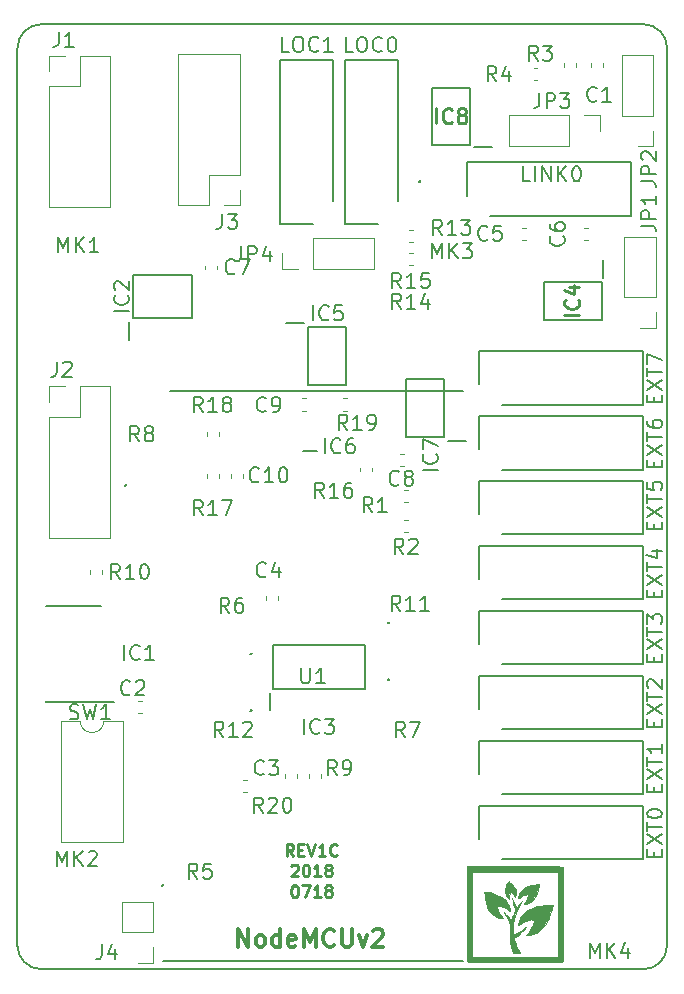
<source format=gbr>
G04 #@! TF.GenerationSoftware,KiCad,Pcbnew,(5.0.0-rc2-190-gf634b7565)*
G04 #@! TF.CreationDate,2018-07-18T23:06:54+02:00*
G04 #@! TF.ProjectId,IoP-mux8-1C,496F502D6D7578382D31432E6B696361,rev?*
G04 #@! TF.SameCoordinates,Original*
G04 #@! TF.FileFunction,Legend,Top*
G04 #@! TF.FilePolarity,Positive*
%FSLAX46Y46*%
G04 Gerber Fmt 4.6, Leading zero omitted, Abs format (unit mm)*
G04 Created by KiCad (PCBNEW (5.0.0-rc2-190-gf634b7565)) date 07/18/18 23:06:54*
%MOMM*%
%LPD*%
G01*
G04 APERTURE LIST*
%ADD10C,0.250000*%
%ADD11C,0.300000*%
%ADD12C,0.200000*%
%ADD13C,0.120000*%
%ADD14C,0.150000*%
%ADD15C,0.254000*%
%ADD16C,0.010000*%
G04 APERTURE END LIST*
D10*
X201352380Y-115402380D02*
X201019047Y-114926190D01*
X200780952Y-115402380D02*
X200780952Y-114402380D01*
X201161904Y-114402380D01*
X201257142Y-114450000D01*
X201304761Y-114497619D01*
X201352380Y-114592857D01*
X201352380Y-114735714D01*
X201304761Y-114830952D01*
X201257142Y-114878571D01*
X201161904Y-114926190D01*
X200780952Y-114926190D01*
X201780952Y-114878571D02*
X202114285Y-114878571D01*
X202257142Y-115402380D02*
X201780952Y-115402380D01*
X201780952Y-114402380D01*
X202257142Y-114402380D01*
X202542857Y-114402380D02*
X202876190Y-115402380D01*
X203209523Y-114402380D01*
X204066666Y-115402380D02*
X203495238Y-115402380D01*
X203780952Y-115402380D02*
X203780952Y-114402380D01*
X203685714Y-114545238D01*
X203590476Y-114640476D01*
X203495238Y-114688095D01*
X205066666Y-115307142D02*
X205019047Y-115354761D01*
X204876190Y-115402380D01*
X204780952Y-115402380D01*
X204638095Y-115354761D01*
X204542857Y-115259523D01*
X204495238Y-115164285D01*
X204447619Y-114973809D01*
X204447619Y-114830952D01*
X204495238Y-114640476D01*
X204542857Y-114545238D01*
X204638095Y-114450000D01*
X204780952Y-114402380D01*
X204876190Y-114402380D01*
X205019047Y-114450000D01*
X205066666Y-114497619D01*
X201185714Y-116247619D02*
X201233333Y-116200000D01*
X201328571Y-116152380D01*
X201566666Y-116152380D01*
X201661904Y-116200000D01*
X201709523Y-116247619D01*
X201757142Y-116342857D01*
X201757142Y-116438095D01*
X201709523Y-116580952D01*
X201138095Y-117152380D01*
X201757142Y-117152380D01*
X202376190Y-116152380D02*
X202471428Y-116152380D01*
X202566666Y-116200000D01*
X202614285Y-116247619D01*
X202661904Y-116342857D01*
X202709523Y-116533333D01*
X202709523Y-116771428D01*
X202661904Y-116961904D01*
X202614285Y-117057142D01*
X202566666Y-117104761D01*
X202471428Y-117152380D01*
X202376190Y-117152380D01*
X202280952Y-117104761D01*
X202233333Y-117057142D01*
X202185714Y-116961904D01*
X202138095Y-116771428D01*
X202138095Y-116533333D01*
X202185714Y-116342857D01*
X202233333Y-116247619D01*
X202280952Y-116200000D01*
X202376190Y-116152380D01*
X203661904Y-117152380D02*
X203090476Y-117152380D01*
X203376190Y-117152380D02*
X203376190Y-116152380D01*
X203280952Y-116295238D01*
X203185714Y-116390476D01*
X203090476Y-116438095D01*
X204233333Y-116580952D02*
X204138095Y-116533333D01*
X204090476Y-116485714D01*
X204042857Y-116390476D01*
X204042857Y-116342857D01*
X204090476Y-116247619D01*
X204138095Y-116200000D01*
X204233333Y-116152380D01*
X204423809Y-116152380D01*
X204519047Y-116200000D01*
X204566666Y-116247619D01*
X204614285Y-116342857D01*
X204614285Y-116390476D01*
X204566666Y-116485714D01*
X204519047Y-116533333D01*
X204423809Y-116580952D01*
X204233333Y-116580952D01*
X204138095Y-116628571D01*
X204090476Y-116676190D01*
X204042857Y-116771428D01*
X204042857Y-116961904D01*
X204090476Y-117057142D01*
X204138095Y-117104761D01*
X204233333Y-117152380D01*
X204423809Y-117152380D01*
X204519047Y-117104761D01*
X204566666Y-117057142D01*
X204614285Y-116961904D01*
X204614285Y-116771428D01*
X204566666Y-116676190D01*
X204519047Y-116628571D01*
X204423809Y-116580952D01*
X201423809Y-117902380D02*
X201519047Y-117902380D01*
X201614285Y-117950000D01*
X201661904Y-117997619D01*
X201709523Y-118092857D01*
X201757142Y-118283333D01*
X201757142Y-118521428D01*
X201709523Y-118711904D01*
X201661904Y-118807142D01*
X201614285Y-118854761D01*
X201519047Y-118902380D01*
X201423809Y-118902380D01*
X201328571Y-118854761D01*
X201280952Y-118807142D01*
X201233333Y-118711904D01*
X201185714Y-118521428D01*
X201185714Y-118283333D01*
X201233333Y-118092857D01*
X201280952Y-117997619D01*
X201328571Y-117950000D01*
X201423809Y-117902380D01*
X202090476Y-117902380D02*
X202757142Y-117902380D01*
X202328571Y-118902380D01*
X203661904Y-118902380D02*
X203090476Y-118902380D01*
X203376190Y-118902380D02*
X203376190Y-117902380D01*
X203280952Y-118045238D01*
X203185714Y-118140476D01*
X203090476Y-118188095D01*
X204233333Y-118330952D02*
X204138095Y-118283333D01*
X204090476Y-118235714D01*
X204042857Y-118140476D01*
X204042857Y-118092857D01*
X204090476Y-117997619D01*
X204138095Y-117950000D01*
X204233333Y-117902380D01*
X204423809Y-117902380D01*
X204519047Y-117950000D01*
X204566666Y-117997619D01*
X204614285Y-118092857D01*
X204614285Y-118140476D01*
X204566666Y-118235714D01*
X204519047Y-118283333D01*
X204423809Y-118330952D01*
X204233333Y-118330952D01*
X204138095Y-118378571D01*
X204090476Y-118426190D01*
X204042857Y-118521428D01*
X204042857Y-118711904D01*
X204090476Y-118807142D01*
X204138095Y-118854761D01*
X204233333Y-118902380D01*
X204423809Y-118902380D01*
X204519047Y-118854761D01*
X204566666Y-118807142D01*
X204614285Y-118711904D01*
X204614285Y-118521428D01*
X204566666Y-118426190D01*
X204519047Y-118378571D01*
X204423809Y-118330952D01*
D11*
X196679457Y-123116971D02*
X196679457Y-121616971D01*
X197536600Y-123116971D01*
X197536600Y-121616971D01*
X198465171Y-123116971D02*
X198322314Y-123045542D01*
X198250885Y-122974114D01*
X198179457Y-122831257D01*
X198179457Y-122402685D01*
X198250885Y-122259828D01*
X198322314Y-122188400D01*
X198465171Y-122116971D01*
X198679457Y-122116971D01*
X198822314Y-122188400D01*
X198893742Y-122259828D01*
X198965171Y-122402685D01*
X198965171Y-122831257D01*
X198893742Y-122974114D01*
X198822314Y-123045542D01*
X198679457Y-123116971D01*
X198465171Y-123116971D01*
X200250885Y-123116971D02*
X200250885Y-121616971D01*
X200250885Y-123045542D02*
X200108028Y-123116971D01*
X199822314Y-123116971D01*
X199679457Y-123045542D01*
X199608028Y-122974114D01*
X199536600Y-122831257D01*
X199536600Y-122402685D01*
X199608028Y-122259828D01*
X199679457Y-122188400D01*
X199822314Y-122116971D01*
X200108028Y-122116971D01*
X200250885Y-122188400D01*
X201536600Y-123045542D02*
X201393742Y-123116971D01*
X201108028Y-123116971D01*
X200965171Y-123045542D01*
X200893742Y-122902685D01*
X200893742Y-122331257D01*
X200965171Y-122188400D01*
X201108028Y-122116971D01*
X201393742Y-122116971D01*
X201536600Y-122188400D01*
X201608028Y-122331257D01*
X201608028Y-122474114D01*
X200893742Y-122616971D01*
X202250885Y-123116971D02*
X202250885Y-121616971D01*
X202750885Y-122688400D01*
X203250885Y-121616971D01*
X203250885Y-123116971D01*
X204822314Y-122974114D02*
X204750885Y-123045542D01*
X204536600Y-123116971D01*
X204393742Y-123116971D01*
X204179457Y-123045542D01*
X204036600Y-122902685D01*
X203965171Y-122759828D01*
X203893742Y-122474114D01*
X203893742Y-122259828D01*
X203965171Y-121974114D01*
X204036600Y-121831257D01*
X204179457Y-121688400D01*
X204393742Y-121616971D01*
X204536600Y-121616971D01*
X204750885Y-121688400D01*
X204822314Y-121759828D01*
X205465171Y-121616971D02*
X205465171Y-122831257D01*
X205536600Y-122974114D01*
X205608028Y-123045542D01*
X205750885Y-123116971D01*
X206036600Y-123116971D01*
X206179457Y-123045542D01*
X206250885Y-122974114D01*
X206322314Y-122831257D01*
X206322314Y-121616971D01*
X206893742Y-122116971D02*
X207250885Y-123116971D01*
X207608028Y-122116971D01*
X208108028Y-121759828D02*
X208179457Y-121688400D01*
X208322314Y-121616971D01*
X208679457Y-121616971D01*
X208822314Y-121688400D01*
X208893742Y-121759828D01*
X208965171Y-121902685D01*
X208965171Y-122045542D01*
X208893742Y-122259828D01*
X208036600Y-123116971D01*
X208965171Y-123116971D01*
D12*
X180000000Y-125000000D02*
G75*
G02X178000000Y-123000000I0J2000000D01*
G01*
X231000000Y-45000000D02*
G75*
G02X233000000Y-47000000I0J-2000000D01*
G01*
X233000000Y-123000000D02*
G75*
G02X231000000Y-125000000I-2000000J0D01*
G01*
X178000000Y-47000000D02*
G75*
G02X180000000Y-45000000I2000000J0D01*
G01*
X178000000Y-47000000D02*
X178000000Y-123000000D01*
X231000000Y-45000000D02*
X180000000Y-45000000D01*
X233000000Y-123000000D02*
X233000000Y-47000000D01*
X180000000Y-125000000D02*
X231000000Y-125000000D01*
D13*
G04 #@! TO.C,J4*
X189511600Y-124479600D02*
X188181600Y-124479600D01*
X189511600Y-123149600D02*
X189511600Y-124479600D01*
X189511600Y-121879600D02*
X186851600Y-121879600D01*
X186851600Y-121879600D02*
X186851600Y-119279600D01*
X189511600Y-121879600D02*
X189511600Y-119279600D01*
X189511600Y-119279600D02*
X186851600Y-119279600D01*
G04 #@! TO.C,R20*
X197111921Y-108961700D02*
X197437479Y-108961700D01*
X197111921Y-109981700D02*
X197437479Y-109981700D01*
D12*
G04 #@! TO.C,IC4*
X227605000Y-64925000D02*
X227605000Y-66450000D01*
X222550000Y-66800000D02*
X227450000Y-66800000D01*
X222550000Y-70000000D02*
X222550000Y-66800000D01*
X227450000Y-70000000D02*
X222550000Y-70000000D01*
X227450000Y-66800000D02*
X227450000Y-70000000D01*
G04 #@! TO.C,IC8*
X216300000Y-55265000D02*
X213100000Y-55265000D01*
X213100000Y-55265000D02*
X213100000Y-50365000D01*
X213100000Y-50365000D02*
X216300000Y-50365000D01*
X216300000Y-50365000D02*
X216300000Y-55265000D01*
X218175000Y-55420000D02*
X216650000Y-55420000D01*
G04 #@! TO.C,EXT4*
X219000000Y-93700000D02*
X230950000Y-93700000D01*
X230950000Y-93700000D02*
X230950000Y-89200000D01*
X230950000Y-89200000D02*
X217050000Y-89200000D01*
X217050000Y-89200000D02*
X217050000Y-92000000D01*
D13*
G04 #@! TO.C,JP4*
X208145000Y-65722000D02*
X208145000Y-63062000D01*
X203005000Y-65722000D02*
X208145000Y-65722000D01*
X203005000Y-63062000D02*
X208145000Y-63062000D01*
X203005000Y-65722000D02*
X203005000Y-63062000D01*
X201735000Y-65722000D02*
X200405000Y-65722000D01*
X200405000Y-65722000D02*
X200405000Y-64392000D01*
G04 #@! TO.C,SW1*
X185310000Y-103970000D02*
G75*
G02X183310000Y-103970000I-1000000J0D01*
G01*
X183310000Y-103970000D02*
X181660000Y-103970000D01*
X181660000Y-103970000D02*
X181660000Y-114250000D01*
X181660000Y-114250000D02*
X186960000Y-114250000D01*
X186960000Y-114250000D02*
X186960000Y-103970000D01*
X186960000Y-103970000D02*
X185310000Y-103970000D01*
D14*
G04 #@! TO.C,IC1*
X180425000Y-102300000D02*
X180425000Y-102275000D01*
X180425000Y-94250000D02*
X180425000Y-94275000D01*
X185075000Y-94250000D02*
X185075000Y-94275000D01*
X186150000Y-102350000D02*
X180425000Y-102350000D01*
X185075000Y-94250000D02*
X180425000Y-94250000D01*
D13*
G04 #@! TO.C,R10*
X185170000Y-91562779D02*
X185170000Y-91237221D01*
X184150000Y-91562779D02*
X184150000Y-91237221D01*
G04 #@! TO.C,R19*
X205534721Y-76683600D02*
X205860279Y-76683600D01*
X205534721Y-77703600D02*
X205860279Y-77703600D01*
D15*
G04 #@! TO.C,R13*
X212047490Y-58319000D02*
G75*
G03X212047490Y-58319000I-57155J0D01*
G01*
G04 #@! TO.C,R5*
X190291820Y-117906000D02*
G75*
G03X190291820Y-117906000I-57155J0D01*
G01*
D12*
G04 #@! TO.C,LINK0*
X216050000Y-56700000D02*
X216050000Y-59500000D01*
X229950000Y-56700000D02*
X216050000Y-56700000D01*
X229950000Y-61200000D02*
X229950000Y-56700000D01*
X218000000Y-61200000D02*
X229950000Y-61200000D01*
G04 #@! TO.C,IC3*
X199650000Y-101250000D02*
X199650000Y-97550000D01*
X199650000Y-97550000D02*
X207450000Y-97550000D01*
X207450000Y-97550000D02*
X207450000Y-101250000D01*
X207450000Y-101250000D02*
X199650000Y-101250000D01*
X199400000Y-103075000D02*
X199400000Y-101600000D01*
G04 #@! TO.C,IC7*
X215975000Y-80290000D02*
X214450000Y-80290000D01*
X214100000Y-75050000D02*
X214100000Y-79950000D01*
X210900000Y-75050000D02*
X214100000Y-75050000D01*
X210900000Y-79950000D02*
X210900000Y-75050000D01*
X214100000Y-79950000D02*
X210900000Y-79950000D01*
G04 #@! TO.C,IC6*
X203400000Y-81150000D02*
X202200000Y-81150000D01*
G04 #@! TO.C,IC2*
X187800001Y-69900000D02*
X187800001Y-66200000D01*
X187800001Y-66200000D02*
X192799999Y-66200000D01*
X192799999Y-66200000D02*
X192799999Y-69900000D01*
X192799999Y-69900000D02*
X187800001Y-69900000D01*
X187450000Y-71725000D02*
X187450000Y-70250000D01*
G04 #@! TO.C,IC5*
X202588000Y-70603000D02*
X205788000Y-70603000D01*
X205788000Y-70603000D02*
X205788000Y-75503000D01*
X205788000Y-75503000D02*
X202588000Y-75503000D01*
X202588000Y-75503000D02*
X202588000Y-70603000D01*
X200713000Y-70263000D02*
X202238000Y-70263000D01*
D13*
G04 #@! TO.C,C10*
X196068800Y-83376079D02*
X196068800Y-83050521D01*
X197088800Y-83376079D02*
X197088800Y-83050521D01*
G04 #@! TO.C,R18*
X195070000Y-79820079D02*
X195070000Y-79494521D01*
X194050000Y-79820079D02*
X194050000Y-79494521D01*
G04 #@! TO.C,R17*
X195056800Y-83050721D02*
X195056800Y-83376279D01*
X194036800Y-83050721D02*
X194036800Y-83376279D01*
D12*
G04 #@! TO.C,U1*
X190952000Y-76090000D02*
X215700000Y-76090000D01*
X190300000Y-124350000D02*
X215700000Y-124350000D01*
D13*
G04 #@! TO.C,J1*
X180670000Y-60490000D02*
X185870000Y-60490000D01*
X180670000Y-50270000D02*
X180670000Y-60490000D01*
X185870000Y-47670000D02*
X185870000Y-60490000D01*
X180670000Y-50270000D02*
X183270000Y-50270000D01*
X183270000Y-50270000D02*
X183270000Y-47670000D01*
X183270000Y-47670000D02*
X185870000Y-47670000D01*
X180670000Y-49000000D02*
X180670000Y-47670000D01*
X180670000Y-47670000D02*
X182000000Y-47670000D01*
G04 #@! TO.C,J3*
X196830000Y-60330000D02*
X195500000Y-60330000D01*
X196830000Y-59000000D02*
X196830000Y-60330000D01*
X194230000Y-60330000D02*
X191630000Y-60330000D01*
X194230000Y-57730000D02*
X194230000Y-60330000D01*
X196830000Y-57730000D02*
X194230000Y-57730000D01*
X191630000Y-60330000D02*
X191630000Y-47510000D01*
X196830000Y-57730000D02*
X196830000Y-47510000D01*
X196830000Y-47510000D02*
X191630000Y-47510000D01*
G04 #@! TO.C,C2*
X188196621Y-102294200D02*
X188522179Y-102294200D01*
X188196621Y-103314200D02*
X188522179Y-103314200D01*
G04 #@! TO.C,C3*
X200625600Y-108483321D02*
X200625600Y-108808879D01*
X201645600Y-108483321D02*
X201645600Y-108808879D01*
G04 #@! TO.C,C4*
X200020000Y-93395721D02*
X200020000Y-93721279D01*
X199000000Y-93395721D02*
X199000000Y-93721279D01*
G04 #@! TO.C,C5*
X220749721Y-63260000D02*
X221075279Y-63260000D01*
X220749721Y-62240000D02*
X221075279Y-62240000D01*
G04 #@! TO.C,C6*
X225987221Y-62240000D02*
X226312779Y-62240000D01*
X225987221Y-63260000D02*
X226312779Y-63260000D01*
G04 #@! TO.C,C7*
X193907300Y-65430321D02*
X193907300Y-65755879D01*
X194927300Y-65430321D02*
X194927300Y-65755879D01*
G04 #@! TO.C,C8*
X210737079Y-82377200D02*
X210411521Y-82377200D01*
X210737079Y-81357200D02*
X210411521Y-81357200D01*
G04 #@! TO.C,C9*
X202405879Y-76683600D02*
X202080321Y-76683600D01*
X202405879Y-77703600D02*
X202080321Y-77703600D01*
G04 #@! TO.C,C1*
X226590000Y-48625279D02*
X226590000Y-48299721D01*
X227610000Y-48625279D02*
X227610000Y-48299721D01*
G04 #@! TO.C,JP1*
X232030000Y-62990000D02*
X229370000Y-62990000D01*
X232030000Y-68130000D02*
X232030000Y-62990000D01*
X229370000Y-68130000D02*
X229370000Y-62990000D01*
X232030000Y-68130000D02*
X229370000Y-68130000D01*
X232030000Y-69400000D02*
X232030000Y-70730000D01*
X232030000Y-70730000D02*
X230700000Y-70730000D01*
G04 #@! TO.C,JP2*
X231830000Y-55330000D02*
X230500000Y-55330000D01*
X231830000Y-54000000D02*
X231830000Y-55330000D01*
X231830000Y-52730000D02*
X229170000Y-52730000D01*
X229170000Y-52730000D02*
X229170000Y-47590000D01*
X231830000Y-52730000D02*
X231830000Y-47590000D01*
X231830000Y-47590000D02*
X229170000Y-47590000D01*
G04 #@! TO.C,JP3*
X219590000Y-52670000D02*
X219590000Y-55330000D01*
X224730000Y-52670000D02*
X219590000Y-52670000D01*
X224730000Y-55330000D02*
X219590000Y-55330000D01*
X224730000Y-52670000D02*
X224730000Y-55330000D01*
X226000000Y-52670000D02*
X227330000Y-52670000D01*
X227330000Y-52670000D02*
X227330000Y-54000000D01*
G04 #@! TO.C,J2*
X180670000Y-88490000D02*
X185870000Y-88490000D01*
X180670000Y-78270000D02*
X180670000Y-88490000D01*
X185870000Y-75670000D02*
X185870000Y-88490000D01*
X180670000Y-78270000D02*
X183270000Y-78270000D01*
X183270000Y-78270000D02*
X183270000Y-75670000D01*
X183270000Y-75670000D02*
X185870000Y-75670000D01*
X180670000Y-77000000D02*
X180670000Y-75670000D01*
X180670000Y-75670000D02*
X182000000Y-75670000D01*
G04 #@! TO.C,R15*
X211448079Y-62408800D02*
X211122521Y-62408800D01*
X211448079Y-63428800D02*
X211122521Y-63428800D01*
G04 #@! TO.C,R2*
X211050279Y-88030000D02*
X210724721Y-88030000D01*
X211050279Y-87010000D02*
X210724721Y-87010000D01*
G04 #@! TO.C,R3*
X225310000Y-48625279D02*
X225310000Y-48299721D01*
X224290000Y-48625279D02*
X224290000Y-48299721D01*
G04 #@! TO.C,R1*
X211050279Y-85490000D02*
X210724721Y-85490000D01*
X211050279Y-84470000D02*
X210724721Y-84470000D01*
G04 #@! TO.C,R16*
X206990000Y-82537221D02*
X206990000Y-82862779D01*
X208010000Y-82537221D02*
X208010000Y-82862779D01*
G04 #@! TO.C,R4*
X221699721Y-49760000D02*
X222025279Y-49760000D01*
X221699721Y-48740000D02*
X222025279Y-48740000D01*
G04 #@! TO.C,R14*
X211448079Y-64339200D02*
X211122521Y-64339200D01*
X211448079Y-65359200D02*
X211122521Y-65359200D01*
G04 #@! TO.C,R9*
X203677600Y-108483321D02*
X203677600Y-108808879D01*
X202657600Y-108483321D02*
X202657600Y-108808879D01*
D12*
G04 #@! TO.C,EXT2*
X219000000Y-104700000D02*
X230950000Y-104700000D01*
X230950000Y-104700000D02*
X230950000Y-100200000D01*
X230950000Y-100200000D02*
X217050000Y-100200000D01*
X217050000Y-100200000D02*
X217050000Y-103000000D01*
G04 #@! TO.C,LOC1*
X200200000Y-61950000D02*
X203000000Y-61950000D01*
X200200000Y-48050000D02*
X200200000Y-61950000D01*
X204700000Y-48050000D02*
X200200000Y-48050000D01*
X204700000Y-60000000D02*
X204700000Y-48050000D01*
G04 #@! TO.C,LOC0*
X210200000Y-60000000D02*
X210200000Y-48050000D01*
X210200000Y-48050000D02*
X205700000Y-48050000D01*
X205700000Y-48050000D02*
X205700000Y-61950000D01*
X205700000Y-61950000D02*
X208500000Y-61950000D01*
G04 #@! TO.C,EXT0*
X219000000Y-115700000D02*
X230950000Y-115700000D01*
X230950000Y-115700000D02*
X230950000Y-111200000D01*
X230950000Y-111200000D02*
X217050000Y-111200000D01*
X217050000Y-111200000D02*
X217050000Y-114000000D01*
G04 #@! TO.C,EXT3*
X217050000Y-94700000D02*
X217050000Y-97500000D01*
X230950000Y-94700000D02*
X217050000Y-94700000D01*
X230950000Y-99200000D02*
X230950000Y-94700000D01*
X219000000Y-99200000D02*
X230950000Y-99200000D01*
G04 #@! TO.C,EXT6*
X217050000Y-78200000D02*
X217050000Y-81000000D01*
X230950000Y-78200000D02*
X217050000Y-78200000D01*
X230950000Y-82700000D02*
X230950000Y-78200000D01*
X219000000Y-82700000D02*
X230950000Y-82700000D01*
G04 #@! TO.C,EXT7*
X219000000Y-77200000D02*
X230950000Y-77200000D01*
X230950000Y-77200000D02*
X230950000Y-72700000D01*
X230950000Y-72700000D02*
X217050000Y-72700000D01*
X217050000Y-72700000D02*
X217050000Y-75500000D01*
G04 #@! TO.C,EXT5*
X217050000Y-83700000D02*
X217050000Y-86500000D01*
X230950000Y-83700000D02*
X217050000Y-83700000D01*
X230950000Y-88200000D02*
X230950000Y-83700000D01*
X219000000Y-88200000D02*
X230950000Y-88200000D01*
G04 #@! TO.C,EXT1*
X219000000Y-110200000D02*
X230950000Y-110200000D01*
X230950000Y-110200000D02*
X230950000Y-105700000D01*
X230950000Y-105700000D02*
X217050000Y-105700000D01*
X217050000Y-105700000D02*
X217050000Y-108500000D01*
D15*
G04 #@! TO.C,R8*
X187151155Y-84034665D02*
G75*
G03X187151155Y-84034665I-57155J0D01*
G01*
G04 #@! TO.C,R7*
X209422490Y-100494000D02*
G75*
G03X209422490Y-100494000I-57155J0D01*
G01*
G04 #@! TO.C,R11*
X209422490Y-95694000D02*
G75*
G03X209422490Y-95694000I-57155J0D01*
G01*
G04 #@! TO.C,R12*
X197791820Y-98306000D02*
G75*
G03X197791820Y-98306000I-57155J0D01*
G01*
G04 #@! TO.C,R6*
X197791820Y-103106000D02*
G75*
G03X197791820Y-103106000I-57155J0D01*
G01*
D16*
G04 #@! TO.C,G\002A\002A\002A*
G36*
X220732459Y-116286056D02*
X221326575Y-116286288D01*
X221846215Y-116286794D01*
X222296475Y-116287670D01*
X222682452Y-116289012D01*
X223009240Y-116290916D01*
X223281935Y-116293480D01*
X223505633Y-116296800D01*
X223685429Y-116300973D01*
X223826419Y-116306095D01*
X223933699Y-116312262D01*
X224012363Y-116319572D01*
X224067509Y-116328120D01*
X224104231Y-116338004D01*
X224127626Y-116349320D01*
X224142788Y-116362164D01*
X224143939Y-116363416D01*
X224155878Y-116381769D01*
X224166390Y-116412214D01*
X224175564Y-116459872D01*
X224183489Y-116529865D01*
X224190257Y-116627317D01*
X224195956Y-116757349D01*
X224200676Y-116925083D01*
X224204508Y-117135641D01*
X224207542Y-117394146D01*
X224209866Y-117705720D01*
X224211571Y-118075485D01*
X224212747Y-118508564D01*
X224213483Y-119010078D01*
X224213870Y-119585150D01*
X224213998Y-120238901D01*
X224214000Y-120357355D01*
X224213942Y-121022241D01*
X224213701Y-121607621D01*
X224213177Y-122118658D01*
X224212269Y-122560513D01*
X224210878Y-122938348D01*
X224208903Y-123257323D01*
X224206243Y-123522601D01*
X224202800Y-123739342D01*
X224198471Y-123912709D01*
X224193158Y-124047863D01*
X224186760Y-124149966D01*
X224179177Y-124224178D01*
X224170308Y-124275662D01*
X224160054Y-124309579D01*
X224148313Y-124331090D01*
X224136583Y-124343938D01*
X224118271Y-124355847D01*
X224087883Y-124366336D01*
X224040311Y-124375494D01*
X223970446Y-124383409D01*
X223873183Y-124390172D01*
X223743411Y-124395871D01*
X223576024Y-124400595D01*
X223365913Y-124404434D01*
X223107970Y-124407476D01*
X222797088Y-124409811D01*
X222428158Y-124411527D01*
X221996073Y-124412715D01*
X221495725Y-124413463D01*
X220922005Y-124413860D01*
X220269806Y-124413996D01*
X220121478Y-124414000D01*
X219454693Y-124413942D01*
X218867428Y-124413703D01*
X218354535Y-124413183D01*
X217910868Y-124412282D01*
X217531278Y-124410902D01*
X217210619Y-124408942D01*
X216943744Y-124406304D01*
X216725506Y-124402887D01*
X216550757Y-124398593D01*
X216414351Y-124393322D01*
X216311139Y-124386975D01*
X216235976Y-124379452D01*
X216183713Y-124370653D01*
X216149205Y-124360480D01*
X216127302Y-124348833D01*
X216113728Y-124336583D01*
X216101888Y-124318364D01*
X216091451Y-124288103D01*
X216082331Y-124240727D01*
X216074439Y-124171158D01*
X216067687Y-124074322D01*
X216061989Y-123945143D01*
X216057258Y-123778545D01*
X216053404Y-123569454D01*
X216050341Y-123312793D01*
X216047982Y-123003487D01*
X216046239Y-122636461D01*
X216045024Y-122206639D01*
X216044250Y-121708945D01*
X216043829Y-121138305D01*
X216043674Y-120489642D01*
X216043667Y-120272583D01*
X216043667Y-116751666D01*
X216509333Y-116751666D01*
X216509333Y-123948333D01*
X223748333Y-123948333D01*
X223748333Y-116751666D01*
X216509333Y-116751666D01*
X216043667Y-116751666D01*
X216043667Y-116286000D01*
X220058772Y-116286000D01*
X220732459Y-116286056D01*
X220732459Y-116286056D01*
G37*
X220732459Y-116286056D02*
X221326575Y-116286288D01*
X221846215Y-116286794D01*
X222296475Y-116287670D01*
X222682452Y-116289012D01*
X223009240Y-116290916D01*
X223281935Y-116293480D01*
X223505633Y-116296800D01*
X223685429Y-116300973D01*
X223826419Y-116306095D01*
X223933699Y-116312262D01*
X224012363Y-116319572D01*
X224067509Y-116328120D01*
X224104231Y-116338004D01*
X224127626Y-116349320D01*
X224142788Y-116362164D01*
X224143939Y-116363416D01*
X224155878Y-116381769D01*
X224166390Y-116412214D01*
X224175564Y-116459872D01*
X224183489Y-116529865D01*
X224190257Y-116627317D01*
X224195956Y-116757349D01*
X224200676Y-116925083D01*
X224204508Y-117135641D01*
X224207542Y-117394146D01*
X224209866Y-117705720D01*
X224211571Y-118075485D01*
X224212747Y-118508564D01*
X224213483Y-119010078D01*
X224213870Y-119585150D01*
X224213998Y-120238901D01*
X224214000Y-120357355D01*
X224213942Y-121022241D01*
X224213701Y-121607621D01*
X224213177Y-122118658D01*
X224212269Y-122560513D01*
X224210878Y-122938348D01*
X224208903Y-123257323D01*
X224206243Y-123522601D01*
X224202800Y-123739342D01*
X224198471Y-123912709D01*
X224193158Y-124047863D01*
X224186760Y-124149966D01*
X224179177Y-124224178D01*
X224170308Y-124275662D01*
X224160054Y-124309579D01*
X224148313Y-124331090D01*
X224136583Y-124343938D01*
X224118271Y-124355847D01*
X224087883Y-124366336D01*
X224040311Y-124375494D01*
X223970446Y-124383409D01*
X223873183Y-124390172D01*
X223743411Y-124395871D01*
X223576024Y-124400595D01*
X223365913Y-124404434D01*
X223107970Y-124407476D01*
X222797088Y-124409811D01*
X222428158Y-124411527D01*
X221996073Y-124412715D01*
X221495725Y-124413463D01*
X220922005Y-124413860D01*
X220269806Y-124413996D01*
X220121478Y-124414000D01*
X219454693Y-124413942D01*
X218867428Y-124413703D01*
X218354535Y-124413183D01*
X217910868Y-124412282D01*
X217531278Y-124410902D01*
X217210619Y-124408942D01*
X216943744Y-124406304D01*
X216725506Y-124402887D01*
X216550757Y-124398593D01*
X216414351Y-124393322D01*
X216311139Y-124386975D01*
X216235976Y-124379452D01*
X216183713Y-124370653D01*
X216149205Y-124360480D01*
X216127302Y-124348833D01*
X216113728Y-124336583D01*
X216101888Y-124318364D01*
X216091451Y-124288103D01*
X216082331Y-124240727D01*
X216074439Y-124171158D01*
X216067687Y-124074322D01*
X216061989Y-123945143D01*
X216057258Y-123778545D01*
X216053404Y-123569454D01*
X216050341Y-123312793D01*
X216047982Y-123003487D01*
X216046239Y-122636461D01*
X216045024Y-122206639D01*
X216044250Y-121708945D01*
X216043829Y-121138305D01*
X216043674Y-120489642D01*
X216043667Y-120272583D01*
X216043667Y-116751666D01*
X216509333Y-116751666D01*
X216509333Y-123948333D01*
X223748333Y-123948333D01*
X223748333Y-116751666D01*
X216509333Y-116751666D01*
X216043667Y-116751666D01*
X216043667Y-116286000D01*
X220058772Y-116286000D01*
X220732459Y-116286056D01*
G36*
X219979430Y-119241895D02*
X220045025Y-119401027D01*
X220118732Y-119550611D01*
X220189661Y-119671355D01*
X220246922Y-119743967D01*
X220269869Y-119756420D01*
X220306906Y-119724094D01*
X220376962Y-119640167D01*
X220464960Y-119522719D01*
X220466064Y-119521179D01*
X220577249Y-119371314D01*
X220654369Y-119277551D01*
X220693573Y-119242162D01*
X220691008Y-119267423D01*
X220642824Y-119355605D01*
X220581991Y-119452739D01*
X220394171Y-119787434D01*
X220224812Y-120174389D01*
X220087621Y-120581330D01*
X220060259Y-120681239D01*
X220025570Y-120846373D01*
X219995536Y-121048516D01*
X219971431Y-121269085D01*
X219954530Y-121489497D01*
X219946109Y-121691169D01*
X219947443Y-121855520D01*
X219959806Y-121963965D01*
X219970381Y-121991216D01*
X220035541Y-122015535D01*
X220152759Y-121995327D01*
X220306989Y-121937692D01*
X220483188Y-121849734D01*
X220666308Y-121738553D01*
X220841306Y-121611252D01*
X220924102Y-121541040D01*
X221017072Y-121463476D01*
X221056374Y-121446013D01*
X221048361Y-121474898D01*
X220987496Y-121556050D01*
X220877419Y-121673953D01*
X220735250Y-121812743D01*
X220578109Y-121956552D01*
X220423116Y-122089515D01*
X220287390Y-122195768D01*
X220223386Y-122239438D01*
X220117450Y-122306025D01*
X220045864Y-122352164D01*
X220029638Y-122363418D01*
X220030899Y-122411572D01*
X220059199Y-122519601D01*
X220108124Y-122669605D01*
X220171260Y-122843682D01*
X220242193Y-123023930D01*
X220314507Y-123192449D01*
X220364300Y-123297409D01*
X220521169Y-123609666D01*
X219941613Y-123609666D01*
X219877135Y-123392544D01*
X219797474Y-123058130D01*
X219738072Y-122673444D01*
X219702486Y-122271215D01*
X219694271Y-121884174D01*
X219698865Y-121751672D01*
X219708869Y-121540466D01*
X219710509Y-121389283D01*
X219700526Y-121273633D01*
X219675663Y-121169026D01*
X219632662Y-121050972D01*
X219592716Y-120953684D01*
X219507022Y-120765742D01*
X219407972Y-120574790D01*
X219316791Y-120421709D01*
X219315548Y-120419845D01*
X219169859Y-120201833D01*
X219368860Y-120392333D01*
X219497441Y-120526588D01*
X219618757Y-120671495D01*
X219682300Y-120759532D01*
X219796740Y-120936232D01*
X219893941Y-120632532D01*
X219954034Y-120457370D01*
X220017750Y-120291293D01*
X220070732Y-120171454D01*
X220109881Y-120088996D01*
X220126846Y-120021775D01*
X220120407Y-119944390D01*
X220089347Y-119831440D01*
X220048394Y-119705787D01*
X219993692Y-119524613D01*
X219948134Y-119345586D01*
X219921554Y-119207366D01*
X219921506Y-119207000D01*
X219896545Y-119016500D01*
X219979430Y-119241895D01*
X219979430Y-119241895D01*
G37*
X219979430Y-119241895D02*
X220045025Y-119401027D01*
X220118732Y-119550611D01*
X220189661Y-119671355D01*
X220246922Y-119743967D01*
X220269869Y-119756420D01*
X220306906Y-119724094D01*
X220376962Y-119640167D01*
X220464960Y-119522719D01*
X220466064Y-119521179D01*
X220577249Y-119371314D01*
X220654369Y-119277551D01*
X220693573Y-119242162D01*
X220691008Y-119267423D01*
X220642824Y-119355605D01*
X220581991Y-119452739D01*
X220394171Y-119787434D01*
X220224812Y-120174389D01*
X220087621Y-120581330D01*
X220060259Y-120681239D01*
X220025570Y-120846373D01*
X219995536Y-121048516D01*
X219971431Y-121269085D01*
X219954530Y-121489497D01*
X219946109Y-121691169D01*
X219947443Y-121855520D01*
X219959806Y-121963965D01*
X219970381Y-121991216D01*
X220035541Y-122015535D01*
X220152759Y-121995327D01*
X220306989Y-121937692D01*
X220483188Y-121849734D01*
X220666308Y-121738553D01*
X220841306Y-121611252D01*
X220924102Y-121541040D01*
X221017072Y-121463476D01*
X221056374Y-121446013D01*
X221048361Y-121474898D01*
X220987496Y-121556050D01*
X220877419Y-121673953D01*
X220735250Y-121812743D01*
X220578109Y-121956552D01*
X220423116Y-122089515D01*
X220287390Y-122195768D01*
X220223386Y-122239438D01*
X220117450Y-122306025D01*
X220045864Y-122352164D01*
X220029638Y-122363418D01*
X220030899Y-122411572D01*
X220059199Y-122519601D01*
X220108124Y-122669605D01*
X220171260Y-122843682D01*
X220242193Y-123023930D01*
X220314507Y-123192449D01*
X220364300Y-123297409D01*
X220521169Y-123609666D01*
X219941613Y-123609666D01*
X219877135Y-123392544D01*
X219797474Y-123058130D01*
X219738072Y-122673444D01*
X219702486Y-122271215D01*
X219694271Y-121884174D01*
X219698865Y-121751672D01*
X219708869Y-121540466D01*
X219710509Y-121389283D01*
X219700526Y-121273633D01*
X219675663Y-121169026D01*
X219632662Y-121050972D01*
X219592716Y-120953684D01*
X219507022Y-120765742D01*
X219407972Y-120574790D01*
X219316791Y-120421709D01*
X219315548Y-120419845D01*
X219169859Y-120201833D01*
X219368860Y-120392333D01*
X219497441Y-120526588D01*
X219618757Y-120671495D01*
X219682300Y-120759532D01*
X219796740Y-120936232D01*
X219893941Y-120632532D01*
X219954034Y-120457370D01*
X220017750Y-120291293D01*
X220070732Y-120171454D01*
X220109881Y-120088996D01*
X220126846Y-120021775D01*
X220120407Y-119944390D01*
X220089347Y-119831440D01*
X220048394Y-119705787D01*
X219993692Y-119524613D01*
X219948134Y-119345586D01*
X219921554Y-119207366D01*
X219921506Y-119207000D01*
X219896545Y-119016500D01*
X219979430Y-119241895D01*
G36*
X223269260Y-119544996D02*
X223304026Y-119552915D01*
X223309562Y-119609948D01*
X223288757Y-119729695D01*
X223246567Y-119896197D01*
X223187946Y-120093498D01*
X223117849Y-120305639D01*
X223041231Y-120516665D01*
X222963047Y-120710617D01*
X222904923Y-120838228D01*
X222686925Y-121225772D01*
X222448620Y-121535179D01*
X222186016Y-121771390D01*
X222107604Y-121825076D01*
X221890606Y-121935721D01*
X221634512Y-122023310D01*
X221379127Y-122075890D01*
X221239850Y-122085666D01*
X221077489Y-122085666D01*
X221292471Y-121821083D01*
X221490102Y-121548063D01*
X221638026Y-121280763D01*
X221726780Y-121037011D01*
X221738954Y-120979928D01*
X221750575Y-120876567D01*
X221727791Y-120826093D01*
X221660828Y-120800289D01*
X221494035Y-120791310D01*
X221284721Y-120828363D01*
X221055645Y-120903567D01*
X220829569Y-121009044D01*
X220629253Y-121136911D01*
X220583840Y-121173155D01*
X220494983Y-121242023D01*
X220433352Y-121279211D01*
X220424832Y-121281333D01*
X220407408Y-121244808D01*
X220413208Y-121149264D01*
X220437925Y-121015749D01*
X220477254Y-120865311D01*
X220526890Y-120718997D01*
X220552313Y-120658172D01*
X220717491Y-120392173D01*
X220956163Y-120154628D01*
X221260211Y-119951453D01*
X221621518Y-119788567D01*
X221841734Y-119718288D01*
X221974354Y-119688222D01*
X222153623Y-119656761D01*
X222362764Y-119625805D01*
X222584997Y-119597250D01*
X222803542Y-119572994D01*
X223001620Y-119554935D01*
X223162453Y-119544970D01*
X223269260Y-119544996D01*
X223269260Y-119544996D01*
G37*
X223269260Y-119544996D02*
X223304026Y-119552915D01*
X223309562Y-119609948D01*
X223288757Y-119729695D01*
X223246567Y-119896197D01*
X223187946Y-120093498D01*
X223117849Y-120305639D01*
X223041231Y-120516665D01*
X222963047Y-120710617D01*
X222904923Y-120838228D01*
X222686925Y-121225772D01*
X222448620Y-121535179D01*
X222186016Y-121771390D01*
X222107604Y-121825076D01*
X221890606Y-121935721D01*
X221634512Y-122023310D01*
X221379127Y-122075890D01*
X221239850Y-122085666D01*
X221077489Y-122085666D01*
X221292471Y-121821083D01*
X221490102Y-121548063D01*
X221638026Y-121280763D01*
X221726780Y-121037011D01*
X221738954Y-120979928D01*
X221750575Y-120876567D01*
X221727791Y-120826093D01*
X221660828Y-120800289D01*
X221494035Y-120791310D01*
X221284721Y-120828363D01*
X221055645Y-120903567D01*
X220829569Y-121009044D01*
X220629253Y-121136911D01*
X220583840Y-121173155D01*
X220494983Y-121242023D01*
X220433352Y-121279211D01*
X220424832Y-121281333D01*
X220407408Y-121244808D01*
X220413208Y-121149264D01*
X220437925Y-121015749D01*
X220477254Y-120865311D01*
X220526890Y-120718997D01*
X220552313Y-120658172D01*
X220717491Y-120392173D01*
X220956163Y-120154628D01*
X221260211Y-119951453D01*
X221621518Y-119788567D01*
X221841734Y-119718288D01*
X221974354Y-119688222D01*
X222153623Y-119656761D01*
X222362764Y-119625805D01*
X222584997Y-119597250D01*
X222803542Y-119572994D01*
X223001620Y-119554935D01*
X223162453Y-119544970D01*
X223269260Y-119544996D01*
G36*
X217665698Y-118453270D02*
X217816984Y-118473984D01*
X218000923Y-118511065D01*
X218201391Y-118561781D01*
X218384204Y-118617351D01*
X218763520Y-118769116D01*
X219074843Y-118952617D01*
X219331502Y-119176034D01*
X219378902Y-119227878D01*
X219530784Y-119446895D01*
X219636549Y-119694971D01*
X219683212Y-119940119D01*
X219684333Y-119980240D01*
X219684333Y-120103114D01*
X219519897Y-119972878D01*
X219344707Y-119853049D01*
X219148549Y-119748515D01*
X218957687Y-119671157D01*
X218798380Y-119632854D01*
X218763583Y-119630746D01*
X218668528Y-119639318D01*
X218631515Y-119680446D01*
X218626236Y-119746750D01*
X218658475Y-119972574D01*
X218757840Y-120208648D01*
X218902205Y-120431539D01*
X219091491Y-120688666D01*
X218953996Y-120684848D01*
X218810834Y-120669438D01*
X218674237Y-120640092D01*
X218401394Y-120518181D01*
X218159327Y-120320850D01*
X217952555Y-120053169D01*
X217785595Y-119720208D01*
X217737067Y-119588198D01*
X217700168Y-119457153D01*
X217657866Y-119274223D01*
X217614821Y-119064003D01*
X217575692Y-118851086D01*
X217545138Y-118660068D01*
X217527820Y-118515544D01*
X217525583Y-118471872D01*
X217563190Y-118451655D01*
X217665698Y-118453270D01*
X217665698Y-118453270D01*
G37*
X217665698Y-118453270D02*
X217816984Y-118473984D01*
X218000923Y-118511065D01*
X218201391Y-118561781D01*
X218384204Y-118617351D01*
X218763520Y-118769116D01*
X219074843Y-118952617D01*
X219331502Y-119176034D01*
X219378902Y-119227878D01*
X219530784Y-119446895D01*
X219636549Y-119694971D01*
X219683212Y-119940119D01*
X219684333Y-119980240D01*
X219684333Y-120103114D01*
X219519897Y-119972878D01*
X219344707Y-119853049D01*
X219148549Y-119748515D01*
X218957687Y-119671157D01*
X218798380Y-119632854D01*
X218763583Y-119630746D01*
X218668528Y-119639318D01*
X218631515Y-119680446D01*
X218626236Y-119746750D01*
X218658475Y-119972574D01*
X218757840Y-120208648D01*
X218902205Y-120431539D01*
X219091491Y-120688666D01*
X218953996Y-120684848D01*
X218810834Y-120669438D01*
X218674237Y-120640092D01*
X218401394Y-120518181D01*
X218159327Y-120320850D01*
X217952555Y-120053169D01*
X217785595Y-119720208D01*
X217737067Y-119588198D01*
X217700168Y-119457153D01*
X217657866Y-119274223D01*
X217614821Y-119064003D01*
X217575692Y-118851086D01*
X217545138Y-118660068D01*
X217527820Y-118515544D01*
X217525583Y-118471872D01*
X217563190Y-118451655D01*
X217665698Y-118453270D01*
G36*
X222113136Y-117965061D02*
X222083351Y-118120928D01*
X222034788Y-118314769D01*
X221976058Y-118517114D01*
X221915776Y-118698490D01*
X221862555Y-118829426D01*
X221857694Y-118839112D01*
X221690286Y-119082189D01*
X221469799Y-119281709D01*
X221215904Y-119422609D01*
X221021063Y-119479740D01*
X220854960Y-119509928D01*
X220925772Y-119411381D01*
X221034482Y-119240823D01*
X221120916Y-119068430D01*
X221180561Y-118909023D01*
X221208908Y-118777423D01*
X221201443Y-118688453D01*
X221155417Y-118656902D01*
X220995517Y-118685327D01*
X220808195Y-118760424D01*
X220625639Y-118868740D01*
X220595496Y-118890935D01*
X220487722Y-118971096D01*
X220430547Y-119003163D01*
X220408032Y-118991401D01*
X220404236Y-118942137D01*
X220445026Y-118703954D01*
X220558527Y-118474081D01*
X220733196Y-118269205D01*
X220957493Y-118106015D01*
X220997003Y-118084996D01*
X221235345Y-117987103D01*
X221527474Y-117903011D01*
X221842676Y-117841213D01*
X221915354Y-117831028D01*
X222135541Y-117802622D01*
X222113136Y-117965061D01*
X222113136Y-117965061D01*
G37*
X222113136Y-117965061D02*
X222083351Y-118120928D01*
X222034788Y-118314769D01*
X221976058Y-118517114D01*
X221915776Y-118698490D01*
X221862555Y-118829426D01*
X221857694Y-118839112D01*
X221690286Y-119082189D01*
X221469799Y-119281709D01*
X221215904Y-119422609D01*
X221021063Y-119479740D01*
X220854960Y-119509928D01*
X220925772Y-119411381D01*
X221034482Y-119240823D01*
X221120916Y-119068430D01*
X221180561Y-118909023D01*
X221208908Y-118777423D01*
X221201443Y-118688453D01*
X221155417Y-118656902D01*
X220995517Y-118685327D01*
X220808195Y-118760424D01*
X220625639Y-118868740D01*
X220595496Y-118890935D01*
X220487722Y-118971096D01*
X220430547Y-119003163D01*
X220408032Y-118991401D01*
X220404236Y-118942137D01*
X220445026Y-118703954D01*
X220558527Y-118474081D01*
X220733196Y-118269205D01*
X220957493Y-118106015D01*
X220997003Y-118084996D01*
X221235345Y-117987103D01*
X221527474Y-117903011D01*
X221842676Y-117841213D01*
X221915354Y-117831028D01*
X222135541Y-117802622D01*
X222113136Y-117965061D01*
G36*
X219640581Y-117587940D02*
X219735398Y-117671962D01*
X219846576Y-117790370D01*
X219958320Y-117925464D01*
X220054837Y-118059548D01*
X220108753Y-118150796D01*
X220176911Y-118341425D01*
X220203264Y-118545544D01*
X220185772Y-118731213D01*
X220151746Y-118823548D01*
X220095984Y-118926930D01*
X220014962Y-118754780D01*
X219939286Y-118622331D01*
X219852125Y-118507539D01*
X219830966Y-118485892D01*
X219727992Y-118389153D01*
X219659759Y-118552458D01*
X219611055Y-118766888D01*
X219617263Y-118876715D01*
X219627899Y-118978908D01*
X219622569Y-119034363D01*
X219618077Y-119037666D01*
X219575161Y-119010484D01*
X219498781Y-118942732D01*
X219472843Y-118917356D01*
X219345211Y-118731716D01*
X219283153Y-118502913D01*
X219290223Y-118245424D01*
X219297659Y-118204257D01*
X219341445Y-118029934D01*
X219399179Y-117858819D01*
X219462567Y-117710098D01*
X219523316Y-117602954D01*
X219573130Y-117556571D01*
X219577920Y-117556000D01*
X219640581Y-117587940D01*
X219640581Y-117587940D01*
G37*
X219640581Y-117587940D02*
X219735398Y-117671962D01*
X219846576Y-117790370D01*
X219958320Y-117925464D01*
X220054837Y-118059548D01*
X220108753Y-118150796D01*
X220176911Y-118341425D01*
X220203264Y-118545544D01*
X220185772Y-118731213D01*
X220151746Y-118823548D01*
X220095984Y-118926930D01*
X220014962Y-118754780D01*
X219939286Y-118622331D01*
X219852125Y-118507539D01*
X219830966Y-118485892D01*
X219727992Y-118389153D01*
X219659759Y-118552458D01*
X219611055Y-118766888D01*
X219617263Y-118876715D01*
X219627899Y-118978908D01*
X219622569Y-119034363D01*
X219618077Y-119037666D01*
X219575161Y-119010484D01*
X219498781Y-118942732D01*
X219472843Y-118917356D01*
X219345211Y-118731716D01*
X219283153Y-118502913D01*
X219290223Y-118245424D01*
X219297659Y-118204257D01*
X219341445Y-118029934D01*
X219399179Y-117858819D01*
X219462567Y-117710098D01*
X219523316Y-117602954D01*
X219573130Y-117556571D01*
X219577920Y-117556000D01*
X219640581Y-117587940D01*
G04 #@! TD*
G04 #@! TO.C,J4*
D12*
X185129366Y-122898623D02*
X185129366Y-123805766D01*
X185068890Y-123987195D01*
X184947938Y-124108147D01*
X184766509Y-124168623D01*
X184645557Y-124168623D01*
X186278414Y-123321957D02*
X186278414Y-124168623D01*
X185976033Y-122838147D02*
X185673652Y-123745290D01*
X186459842Y-123745290D01*
G04 #@! TO.C,R20*
X198769771Y-111748023D02*
X198346438Y-111143261D01*
X198044057Y-111748023D02*
X198044057Y-110478023D01*
X198527866Y-110478023D01*
X198648819Y-110538500D01*
X198709295Y-110598976D01*
X198769771Y-110719928D01*
X198769771Y-110901357D01*
X198709295Y-111022309D01*
X198648819Y-111082785D01*
X198527866Y-111143261D01*
X198044057Y-111143261D01*
X199253580Y-110598976D02*
X199314057Y-110538500D01*
X199435009Y-110478023D01*
X199737390Y-110478023D01*
X199858342Y-110538500D01*
X199918819Y-110598976D01*
X199979295Y-110719928D01*
X199979295Y-110840880D01*
X199918819Y-111022309D01*
X199193104Y-111748023D01*
X199979295Y-111748023D01*
X200765485Y-110478023D02*
X200886438Y-110478023D01*
X201007390Y-110538500D01*
X201067866Y-110598976D01*
X201128342Y-110719928D01*
X201188819Y-110961833D01*
X201188819Y-111264214D01*
X201128342Y-111506119D01*
X201067866Y-111627071D01*
X201007390Y-111687547D01*
X200886438Y-111748023D01*
X200765485Y-111748023D01*
X200644533Y-111687547D01*
X200584057Y-111627071D01*
X200523580Y-111506119D01*
X200463104Y-111264214D01*
X200463104Y-110961833D01*
X200523580Y-110719928D01*
X200584057Y-110598976D01*
X200644533Y-110538500D01*
X200765485Y-110478023D01*
G04 #@! TO.C,IC4*
D15*
X225574523Y-69639761D02*
X224304523Y-69639761D01*
X225453571Y-68309285D02*
X225514047Y-68369761D01*
X225574523Y-68551190D01*
X225574523Y-68672142D01*
X225514047Y-68853571D01*
X225393095Y-68974523D01*
X225272142Y-69035000D01*
X225030238Y-69095476D01*
X224848809Y-69095476D01*
X224606904Y-69035000D01*
X224485952Y-68974523D01*
X224365000Y-68853571D01*
X224304523Y-68672142D01*
X224304523Y-68551190D01*
X224365000Y-68369761D01*
X224425476Y-68309285D01*
X224727857Y-67220714D02*
X225574523Y-67220714D01*
X224244047Y-67523095D02*
X225151190Y-67825476D01*
X225151190Y-67039285D01*
G04 #@! TO.C,IC8*
X213460238Y-53389523D02*
X213460238Y-52119523D01*
X214790714Y-53268571D02*
X214730238Y-53329047D01*
X214548809Y-53389523D01*
X214427857Y-53389523D01*
X214246428Y-53329047D01*
X214125476Y-53208095D01*
X214065000Y-53087142D01*
X214004523Y-52845238D01*
X214004523Y-52663809D01*
X214065000Y-52421904D01*
X214125476Y-52300952D01*
X214246428Y-52180000D01*
X214427857Y-52119523D01*
X214548809Y-52119523D01*
X214730238Y-52180000D01*
X214790714Y-52240476D01*
X215516428Y-52663809D02*
X215395476Y-52603333D01*
X215335000Y-52542857D01*
X215274523Y-52421904D01*
X215274523Y-52361428D01*
X215335000Y-52240476D01*
X215395476Y-52180000D01*
X215516428Y-52119523D01*
X215758333Y-52119523D01*
X215879285Y-52180000D01*
X215939761Y-52240476D01*
X216000238Y-52361428D01*
X216000238Y-52421904D01*
X215939761Y-52542857D01*
X215879285Y-52603333D01*
X215758333Y-52663809D01*
X215516428Y-52663809D01*
X215395476Y-52724285D01*
X215335000Y-52784761D01*
X215274523Y-52905714D01*
X215274523Y-53147619D01*
X215335000Y-53268571D01*
X215395476Y-53329047D01*
X215516428Y-53389523D01*
X215758333Y-53389523D01*
X215879285Y-53329047D01*
X215939761Y-53268571D01*
X216000238Y-53147619D01*
X216000238Y-52905714D01*
X215939761Y-52784761D01*
X215879285Y-52724285D01*
X215758333Y-52663809D01*
G04 #@! TO.C,EXT4*
D12*
X231909285Y-93465476D02*
X231909285Y-93042142D01*
X232574523Y-92860714D02*
X232574523Y-93465476D01*
X231304523Y-93465476D01*
X231304523Y-92860714D01*
X231304523Y-92437380D02*
X232574523Y-91590714D01*
X231304523Y-91590714D02*
X232574523Y-92437380D01*
X231304523Y-91288333D02*
X231304523Y-90562619D01*
X232574523Y-90925476D02*
X231304523Y-90925476D01*
X231727857Y-89595000D02*
X232574523Y-89595000D01*
X231244047Y-89897380D02*
X232151190Y-90199761D01*
X232151190Y-89413571D01*
G04 #@! TO.C,JP4*
X196941666Y-63804523D02*
X196941666Y-64711666D01*
X196881190Y-64893095D01*
X196760238Y-65014047D01*
X196578809Y-65074523D01*
X196457857Y-65074523D01*
X197546428Y-65074523D02*
X197546428Y-63804523D01*
X198030238Y-63804523D01*
X198151190Y-63865000D01*
X198211666Y-63925476D01*
X198272142Y-64046428D01*
X198272142Y-64227857D01*
X198211666Y-64348809D01*
X198151190Y-64409285D01*
X198030238Y-64469761D01*
X197546428Y-64469761D01*
X199360714Y-64227857D02*
X199360714Y-65074523D01*
X199058333Y-63744047D02*
X198755952Y-64651190D01*
X199542142Y-64651190D01*
G04 #@! TO.C,SW1*
X182436966Y-103788147D02*
X182618395Y-103848623D01*
X182920776Y-103848623D01*
X183041728Y-103788147D01*
X183102204Y-103727671D01*
X183162680Y-103606719D01*
X183162680Y-103485766D01*
X183102204Y-103364814D01*
X183041728Y-103304338D01*
X182920776Y-103243861D01*
X182678871Y-103183385D01*
X182557919Y-103122909D01*
X182497442Y-103062433D01*
X182436966Y-102941480D01*
X182436966Y-102820528D01*
X182497442Y-102699576D01*
X182557919Y-102639100D01*
X182678871Y-102578623D01*
X182981252Y-102578623D01*
X183162680Y-102639100D01*
X183586014Y-102578623D02*
X183888395Y-103848623D01*
X184130300Y-102941480D01*
X184372204Y-103848623D01*
X184674585Y-102578623D01*
X185823633Y-103848623D02*
X185097919Y-103848623D01*
X185460776Y-103848623D02*
X185460776Y-102578623D01*
X185339823Y-102760052D01*
X185218871Y-102881004D01*
X185097919Y-102941480D01*
G04 #@! TO.C,IC1*
X187010238Y-98824523D02*
X187010238Y-97554523D01*
X188340714Y-98703571D02*
X188280238Y-98764047D01*
X188098809Y-98824523D01*
X187977857Y-98824523D01*
X187796428Y-98764047D01*
X187675476Y-98643095D01*
X187615000Y-98522142D01*
X187554523Y-98280238D01*
X187554523Y-98098809D01*
X187615000Y-97856904D01*
X187675476Y-97735952D01*
X187796428Y-97615000D01*
X187977857Y-97554523D01*
X188098809Y-97554523D01*
X188280238Y-97615000D01*
X188340714Y-97675476D01*
X189550238Y-98824523D02*
X188824523Y-98824523D01*
X189187380Y-98824523D02*
X189187380Y-97554523D01*
X189066428Y-97735952D01*
X188945476Y-97856904D01*
X188824523Y-97917380D01*
G04 #@! TO.C,R10*
X186683571Y-91974523D02*
X186260238Y-91369761D01*
X185957857Y-91974523D02*
X185957857Y-90704523D01*
X186441666Y-90704523D01*
X186562619Y-90765000D01*
X186623095Y-90825476D01*
X186683571Y-90946428D01*
X186683571Y-91127857D01*
X186623095Y-91248809D01*
X186562619Y-91309285D01*
X186441666Y-91369761D01*
X185957857Y-91369761D01*
X187893095Y-91974523D02*
X187167380Y-91974523D01*
X187530238Y-91974523D02*
X187530238Y-90704523D01*
X187409285Y-90885952D01*
X187288333Y-91006904D01*
X187167380Y-91067380D01*
X188679285Y-90704523D02*
X188800238Y-90704523D01*
X188921190Y-90765000D01*
X188981666Y-90825476D01*
X189042142Y-90946428D01*
X189102619Y-91188333D01*
X189102619Y-91490714D01*
X189042142Y-91732619D01*
X188981666Y-91853571D01*
X188921190Y-91914047D01*
X188800238Y-91974523D01*
X188679285Y-91974523D01*
X188558333Y-91914047D01*
X188497857Y-91853571D01*
X188437380Y-91732619D01*
X188376904Y-91490714D01*
X188376904Y-91188333D01*
X188437380Y-90946428D01*
X188497857Y-90825476D01*
X188558333Y-90765000D01*
X188679285Y-90704523D01*
G04 #@! TO.C,R19*
X205933571Y-79324523D02*
X205510238Y-78719761D01*
X205207857Y-79324523D02*
X205207857Y-78054523D01*
X205691666Y-78054523D01*
X205812619Y-78115000D01*
X205873095Y-78175476D01*
X205933571Y-78296428D01*
X205933571Y-78477857D01*
X205873095Y-78598809D01*
X205812619Y-78659285D01*
X205691666Y-78719761D01*
X205207857Y-78719761D01*
X207143095Y-79324523D02*
X206417380Y-79324523D01*
X206780238Y-79324523D02*
X206780238Y-78054523D01*
X206659285Y-78235952D01*
X206538333Y-78356904D01*
X206417380Y-78417380D01*
X207747857Y-79324523D02*
X207989761Y-79324523D01*
X208110714Y-79264047D01*
X208171190Y-79203571D01*
X208292142Y-79022142D01*
X208352619Y-78780238D01*
X208352619Y-78296428D01*
X208292142Y-78175476D01*
X208231666Y-78115000D01*
X208110714Y-78054523D01*
X207868809Y-78054523D01*
X207747857Y-78115000D01*
X207687380Y-78175476D01*
X207626904Y-78296428D01*
X207626904Y-78598809D01*
X207687380Y-78719761D01*
X207747857Y-78780238D01*
X207868809Y-78840714D01*
X208110714Y-78840714D01*
X208231666Y-78780238D01*
X208292142Y-78719761D01*
X208352619Y-78598809D01*
G04 #@! TO.C,R13*
X213933571Y-62824523D02*
X213510238Y-62219761D01*
X213207857Y-62824523D02*
X213207857Y-61554523D01*
X213691666Y-61554523D01*
X213812619Y-61615000D01*
X213873095Y-61675476D01*
X213933571Y-61796428D01*
X213933571Y-61977857D01*
X213873095Y-62098809D01*
X213812619Y-62159285D01*
X213691666Y-62219761D01*
X213207857Y-62219761D01*
X215143095Y-62824523D02*
X214417380Y-62824523D01*
X214780238Y-62824523D02*
X214780238Y-61554523D01*
X214659285Y-61735952D01*
X214538333Y-61856904D01*
X214417380Y-61917380D01*
X215566428Y-61554523D02*
X216352619Y-61554523D01*
X215929285Y-62038333D01*
X216110714Y-62038333D01*
X216231666Y-62098809D01*
X216292142Y-62159285D01*
X216352619Y-62280238D01*
X216352619Y-62582619D01*
X216292142Y-62703571D01*
X216231666Y-62764047D01*
X216110714Y-62824523D01*
X215747857Y-62824523D01*
X215626904Y-62764047D01*
X215566428Y-62703571D01*
G04 #@! TO.C,R5*
X193240433Y-117336023D02*
X192817100Y-116731261D01*
X192514719Y-117336023D02*
X192514719Y-116066023D01*
X192998528Y-116066023D01*
X193119480Y-116126500D01*
X193179957Y-116186976D01*
X193240433Y-116307928D01*
X193240433Y-116489357D01*
X193179957Y-116610309D01*
X193119480Y-116670785D01*
X192998528Y-116731261D01*
X192514719Y-116731261D01*
X194389480Y-116066023D02*
X193784719Y-116066023D01*
X193724242Y-116670785D01*
X193784719Y-116610309D01*
X193905671Y-116549833D01*
X194208052Y-116549833D01*
X194329004Y-116610309D01*
X194389480Y-116670785D01*
X194449957Y-116791738D01*
X194449957Y-117094119D01*
X194389480Y-117215071D01*
X194329004Y-117275547D01*
X194208052Y-117336023D01*
X193905671Y-117336023D01*
X193784719Y-117275547D01*
X193724242Y-117215071D01*
G04 #@! TO.C,LINK0*
X221392714Y-58296523D02*
X220787952Y-58296523D01*
X220787952Y-57026523D01*
X221816047Y-58296523D02*
X221816047Y-57026523D01*
X222420809Y-58296523D02*
X222420809Y-57026523D01*
X223146523Y-58296523D01*
X223146523Y-57026523D01*
X223751285Y-58296523D02*
X223751285Y-57026523D01*
X224477000Y-58296523D02*
X223932714Y-57570809D01*
X224477000Y-57026523D02*
X223751285Y-57752238D01*
X225263190Y-57026523D02*
X225384142Y-57026523D01*
X225505095Y-57087000D01*
X225565571Y-57147476D01*
X225626047Y-57268428D01*
X225686523Y-57510333D01*
X225686523Y-57812714D01*
X225626047Y-58054619D01*
X225565571Y-58175571D01*
X225505095Y-58236047D01*
X225384142Y-58296523D01*
X225263190Y-58296523D01*
X225142238Y-58236047D01*
X225081761Y-58175571D01*
X225021285Y-58054619D01*
X224960809Y-57812714D01*
X224960809Y-57510333D01*
X225021285Y-57268428D01*
X225081761Y-57147476D01*
X225142238Y-57087000D01*
X225263190Y-57026523D01*
G04 #@! TO.C,IC3*
X202260238Y-105074523D02*
X202260238Y-103804523D01*
X203590714Y-104953571D02*
X203530238Y-105014047D01*
X203348809Y-105074523D01*
X203227857Y-105074523D01*
X203046428Y-105014047D01*
X202925476Y-104893095D01*
X202865000Y-104772142D01*
X202804523Y-104530238D01*
X202804523Y-104348809D01*
X202865000Y-104106904D01*
X202925476Y-103985952D01*
X203046428Y-103865000D01*
X203227857Y-103804523D01*
X203348809Y-103804523D01*
X203530238Y-103865000D01*
X203590714Y-103925476D01*
X204014047Y-103804523D02*
X204800238Y-103804523D01*
X204376904Y-104288333D01*
X204558333Y-104288333D01*
X204679285Y-104348809D01*
X204739761Y-104409285D01*
X204800238Y-104530238D01*
X204800238Y-104832619D01*
X204739761Y-104953571D01*
X204679285Y-105014047D01*
X204558333Y-105074523D01*
X204195476Y-105074523D01*
X204074523Y-105014047D01*
X204014047Y-104953571D01*
G04 #@! TO.C,IC7*
X213574523Y-82739761D02*
X212304523Y-82739761D01*
X213453571Y-81409285D02*
X213514047Y-81469761D01*
X213574523Y-81651190D01*
X213574523Y-81772142D01*
X213514047Y-81953571D01*
X213393095Y-82074523D01*
X213272142Y-82135000D01*
X213030238Y-82195476D01*
X212848809Y-82195476D01*
X212606904Y-82135000D01*
X212485952Y-82074523D01*
X212365000Y-81953571D01*
X212304523Y-81772142D01*
X212304523Y-81651190D01*
X212365000Y-81469761D01*
X212425476Y-81409285D01*
X212304523Y-80985952D02*
X212304523Y-80139285D01*
X213574523Y-80683571D01*
G04 #@! TO.C,IC6*
X204010238Y-81324523D02*
X204010238Y-80054523D01*
X205340714Y-81203571D02*
X205280238Y-81264047D01*
X205098809Y-81324523D01*
X204977857Y-81324523D01*
X204796428Y-81264047D01*
X204675476Y-81143095D01*
X204615000Y-81022142D01*
X204554523Y-80780238D01*
X204554523Y-80598809D01*
X204615000Y-80356904D01*
X204675476Y-80235952D01*
X204796428Y-80115000D01*
X204977857Y-80054523D01*
X205098809Y-80054523D01*
X205280238Y-80115000D01*
X205340714Y-80175476D01*
X206429285Y-80054523D02*
X206187380Y-80054523D01*
X206066428Y-80115000D01*
X206005952Y-80175476D01*
X205885000Y-80356904D01*
X205824523Y-80598809D01*
X205824523Y-81082619D01*
X205885000Y-81203571D01*
X205945476Y-81264047D01*
X206066428Y-81324523D01*
X206308333Y-81324523D01*
X206429285Y-81264047D01*
X206489761Y-81203571D01*
X206550238Y-81082619D01*
X206550238Y-80780238D01*
X206489761Y-80659285D01*
X206429285Y-80598809D01*
X206308333Y-80538333D01*
X206066428Y-80538333D01*
X205945476Y-80598809D01*
X205885000Y-80659285D01*
X205824523Y-80780238D01*
G04 #@! TO.C,IC2*
X187445523Y-69289761D02*
X186175523Y-69289761D01*
X187324571Y-67959285D02*
X187385047Y-68019761D01*
X187445523Y-68201190D01*
X187445523Y-68322142D01*
X187385047Y-68503571D01*
X187264095Y-68624523D01*
X187143142Y-68685000D01*
X186901238Y-68745476D01*
X186719809Y-68745476D01*
X186477904Y-68685000D01*
X186356952Y-68624523D01*
X186236000Y-68503571D01*
X186175523Y-68322142D01*
X186175523Y-68201190D01*
X186236000Y-68019761D01*
X186296476Y-67959285D01*
X186296476Y-67475476D02*
X186236000Y-67415000D01*
X186175523Y-67294047D01*
X186175523Y-66991666D01*
X186236000Y-66870714D01*
X186296476Y-66810238D01*
X186417428Y-66749761D01*
X186538380Y-66749761D01*
X186719809Y-66810238D01*
X187445523Y-67535952D01*
X187445523Y-66749761D01*
G04 #@! TO.C,IC5*
X203010238Y-70074523D02*
X203010238Y-68804523D01*
X204340714Y-69953571D02*
X204280238Y-70014047D01*
X204098809Y-70074523D01*
X203977857Y-70074523D01*
X203796428Y-70014047D01*
X203675476Y-69893095D01*
X203615000Y-69772142D01*
X203554523Y-69530238D01*
X203554523Y-69348809D01*
X203615000Y-69106904D01*
X203675476Y-68985952D01*
X203796428Y-68865000D01*
X203977857Y-68804523D01*
X204098809Y-68804523D01*
X204280238Y-68865000D01*
X204340714Y-68925476D01*
X205489761Y-68804523D02*
X204885000Y-68804523D01*
X204824523Y-69409285D01*
X204885000Y-69348809D01*
X205005952Y-69288333D01*
X205308333Y-69288333D01*
X205429285Y-69348809D01*
X205489761Y-69409285D01*
X205550238Y-69530238D01*
X205550238Y-69832619D01*
X205489761Y-69953571D01*
X205429285Y-70014047D01*
X205308333Y-70074523D01*
X205005952Y-70074523D01*
X204885000Y-70014047D01*
X204824523Y-69953571D01*
G04 #@! TO.C,C10*
X198433571Y-83666871D02*
X198373095Y-83727347D01*
X198191666Y-83787823D01*
X198070714Y-83787823D01*
X197889285Y-83727347D01*
X197768333Y-83606395D01*
X197707857Y-83485442D01*
X197647380Y-83243538D01*
X197647380Y-83062109D01*
X197707857Y-82820204D01*
X197768333Y-82699252D01*
X197889285Y-82578300D01*
X198070714Y-82517823D01*
X198191666Y-82517823D01*
X198373095Y-82578300D01*
X198433571Y-82638776D01*
X199643095Y-83787823D02*
X198917380Y-83787823D01*
X199280238Y-83787823D02*
X199280238Y-82517823D01*
X199159285Y-82699252D01*
X199038333Y-82820204D01*
X198917380Y-82880680D01*
X200429285Y-82517823D02*
X200550238Y-82517823D01*
X200671190Y-82578300D01*
X200731666Y-82638776D01*
X200792142Y-82759728D01*
X200852619Y-83001633D01*
X200852619Y-83304014D01*
X200792142Y-83545919D01*
X200731666Y-83666871D01*
X200671190Y-83727347D01*
X200550238Y-83787823D01*
X200429285Y-83787823D01*
X200308333Y-83727347D01*
X200247857Y-83666871D01*
X200187380Y-83545919D01*
X200126904Y-83304014D01*
X200126904Y-83001633D01*
X200187380Y-82759728D01*
X200247857Y-82638776D01*
X200308333Y-82578300D01*
X200429285Y-82517823D01*
G04 #@! TO.C,R18*
X193683571Y-77824523D02*
X193260238Y-77219761D01*
X192957857Y-77824523D02*
X192957857Y-76554523D01*
X193441666Y-76554523D01*
X193562619Y-76615000D01*
X193623095Y-76675476D01*
X193683571Y-76796428D01*
X193683571Y-76977857D01*
X193623095Y-77098809D01*
X193562619Y-77159285D01*
X193441666Y-77219761D01*
X192957857Y-77219761D01*
X194893095Y-77824523D02*
X194167380Y-77824523D01*
X194530238Y-77824523D02*
X194530238Y-76554523D01*
X194409285Y-76735952D01*
X194288333Y-76856904D01*
X194167380Y-76917380D01*
X195618809Y-77098809D02*
X195497857Y-77038333D01*
X195437380Y-76977857D01*
X195376904Y-76856904D01*
X195376904Y-76796428D01*
X195437380Y-76675476D01*
X195497857Y-76615000D01*
X195618809Y-76554523D01*
X195860714Y-76554523D01*
X195981666Y-76615000D01*
X196042142Y-76675476D01*
X196102619Y-76796428D01*
X196102619Y-76856904D01*
X196042142Y-76977857D01*
X195981666Y-77038333D01*
X195860714Y-77098809D01*
X195618809Y-77098809D01*
X195497857Y-77159285D01*
X195437380Y-77219761D01*
X195376904Y-77340714D01*
X195376904Y-77582619D01*
X195437380Y-77703571D01*
X195497857Y-77764047D01*
X195618809Y-77824523D01*
X195860714Y-77824523D01*
X195981666Y-77764047D01*
X196042142Y-77703571D01*
X196102619Y-77582619D01*
X196102619Y-77340714D01*
X196042142Y-77219761D01*
X195981666Y-77159285D01*
X195860714Y-77098809D01*
G04 #@! TO.C,R17*
X193683571Y-86574523D02*
X193260238Y-85969761D01*
X192957857Y-86574523D02*
X192957857Y-85304523D01*
X193441666Y-85304523D01*
X193562619Y-85365000D01*
X193623095Y-85425476D01*
X193683571Y-85546428D01*
X193683571Y-85727857D01*
X193623095Y-85848809D01*
X193562619Y-85909285D01*
X193441666Y-85969761D01*
X192957857Y-85969761D01*
X194893095Y-86574523D02*
X194167380Y-86574523D01*
X194530238Y-86574523D02*
X194530238Y-85304523D01*
X194409285Y-85485952D01*
X194288333Y-85606904D01*
X194167380Y-85667380D01*
X195316428Y-85304523D02*
X196163095Y-85304523D01*
X195618809Y-86574523D01*
G04 #@! TO.C,U1*
X202032380Y-99524523D02*
X202032380Y-100552619D01*
X202092857Y-100673571D01*
X202153333Y-100734047D01*
X202274285Y-100794523D01*
X202516190Y-100794523D01*
X202637142Y-100734047D01*
X202697619Y-100673571D01*
X202758095Y-100552619D01*
X202758095Y-99524523D01*
X204028095Y-100794523D02*
X203302380Y-100794523D01*
X203665238Y-100794523D02*
X203665238Y-99524523D01*
X203544285Y-99705952D01*
X203423333Y-99826904D01*
X203302380Y-99887380D01*
G04 #@! TO.C,J1*
X181484466Y-45669923D02*
X181484466Y-46577066D01*
X181423990Y-46758495D01*
X181303038Y-46879447D01*
X181121609Y-46939923D01*
X181000657Y-46939923D01*
X182754466Y-46939923D02*
X182028752Y-46939923D01*
X182391609Y-46939923D02*
X182391609Y-45669923D01*
X182270657Y-45851352D01*
X182149704Y-45972304D01*
X182028752Y-46032780D01*
G04 #@! TO.C,J3*
X195326666Y-61054523D02*
X195326666Y-61961666D01*
X195266190Y-62143095D01*
X195145238Y-62264047D01*
X194963809Y-62324523D01*
X194842857Y-62324523D01*
X195810476Y-61054523D02*
X196596666Y-61054523D01*
X196173333Y-61538333D01*
X196354761Y-61538333D01*
X196475714Y-61598809D01*
X196536190Y-61659285D01*
X196596666Y-61780238D01*
X196596666Y-62082619D01*
X196536190Y-62203571D01*
X196475714Y-62264047D01*
X196354761Y-62324523D01*
X195991904Y-62324523D01*
X195870952Y-62264047D01*
X195810476Y-62203571D01*
G04 #@! TO.C,MK4*
X226436904Y-124024523D02*
X226436904Y-122754523D01*
X226860238Y-123661666D01*
X227283571Y-122754523D01*
X227283571Y-124024523D01*
X227888333Y-124024523D02*
X227888333Y-122754523D01*
X228614047Y-124024523D02*
X228069761Y-123298809D01*
X228614047Y-122754523D02*
X227888333Y-123480238D01*
X229702619Y-123177857D02*
X229702619Y-124024523D01*
X229400238Y-122694047D02*
X229097857Y-123601190D01*
X229884047Y-123601190D01*
G04 #@! TO.C,MK3*
X213086904Y-64824523D02*
X213086904Y-63554523D01*
X213510238Y-64461666D01*
X213933571Y-63554523D01*
X213933571Y-64824523D01*
X214538333Y-64824523D02*
X214538333Y-63554523D01*
X215264047Y-64824523D02*
X214719761Y-64098809D01*
X215264047Y-63554523D02*
X214538333Y-64280238D01*
X215687380Y-63554523D02*
X216473571Y-63554523D01*
X216050238Y-64038333D01*
X216231666Y-64038333D01*
X216352619Y-64098809D01*
X216413095Y-64159285D01*
X216473571Y-64280238D01*
X216473571Y-64582619D01*
X216413095Y-64703571D01*
X216352619Y-64764047D01*
X216231666Y-64824523D01*
X215868809Y-64824523D01*
X215747857Y-64764047D01*
X215687380Y-64703571D01*
G04 #@! TO.C,MK2*
X181362304Y-116256523D02*
X181362304Y-114986523D01*
X181785638Y-115893666D01*
X182208971Y-114986523D01*
X182208971Y-116256523D01*
X182813733Y-116256523D02*
X182813733Y-114986523D01*
X183539447Y-116256523D02*
X182995161Y-115530809D01*
X183539447Y-114986523D02*
X182813733Y-115712238D01*
X184023257Y-115107476D02*
X184083733Y-115047000D01*
X184204685Y-114986523D01*
X184507066Y-114986523D01*
X184628019Y-115047000D01*
X184688495Y-115107476D01*
X184748971Y-115228428D01*
X184748971Y-115349380D01*
X184688495Y-115530809D01*
X183962780Y-116256523D01*
X184748971Y-116256523D01*
G04 #@! TO.C,MK1*
X181463904Y-64313523D02*
X181463904Y-63043523D01*
X181887238Y-63950666D01*
X182310571Y-63043523D01*
X182310571Y-64313523D01*
X182915333Y-64313523D02*
X182915333Y-63043523D01*
X183641047Y-64313523D02*
X183096761Y-63587809D01*
X183641047Y-63043523D02*
X182915333Y-63769238D01*
X184850571Y-64313523D02*
X184124857Y-64313523D01*
X184487714Y-64313523D02*
X184487714Y-63043523D01*
X184366761Y-63224952D01*
X184245809Y-63345904D01*
X184124857Y-63406380D01*
G04 #@! TO.C,C2*
X187538333Y-101703571D02*
X187477857Y-101764047D01*
X187296428Y-101824523D01*
X187175476Y-101824523D01*
X186994047Y-101764047D01*
X186873095Y-101643095D01*
X186812619Y-101522142D01*
X186752142Y-101280238D01*
X186752142Y-101098809D01*
X186812619Y-100856904D01*
X186873095Y-100735952D01*
X186994047Y-100615000D01*
X187175476Y-100554523D01*
X187296428Y-100554523D01*
X187477857Y-100615000D01*
X187538333Y-100675476D01*
X188022142Y-100675476D02*
X188082619Y-100615000D01*
X188203571Y-100554523D01*
X188505952Y-100554523D01*
X188626904Y-100615000D01*
X188687380Y-100675476D01*
X188747857Y-100796428D01*
X188747857Y-100917380D01*
X188687380Y-101098809D01*
X187961666Y-101824523D01*
X188747857Y-101824523D01*
G04 #@! TO.C,C3*
X198866533Y-108452071D02*
X198806057Y-108512547D01*
X198624628Y-108573023D01*
X198503676Y-108573023D01*
X198322247Y-108512547D01*
X198201295Y-108391595D01*
X198140819Y-108270642D01*
X198080342Y-108028738D01*
X198080342Y-107847309D01*
X198140819Y-107605404D01*
X198201295Y-107484452D01*
X198322247Y-107363500D01*
X198503676Y-107303023D01*
X198624628Y-107303023D01*
X198806057Y-107363500D01*
X198866533Y-107423976D01*
X199289866Y-107303023D02*
X200076057Y-107303023D01*
X199652723Y-107786833D01*
X199834152Y-107786833D01*
X199955104Y-107847309D01*
X200015580Y-107907785D01*
X200076057Y-108028738D01*
X200076057Y-108331119D01*
X200015580Y-108452071D01*
X199955104Y-108512547D01*
X199834152Y-108573023D01*
X199471295Y-108573023D01*
X199350342Y-108512547D01*
X199289866Y-108452071D01*
G04 #@! TO.C,C4*
X199038333Y-91703571D02*
X198977857Y-91764047D01*
X198796428Y-91824523D01*
X198675476Y-91824523D01*
X198494047Y-91764047D01*
X198373095Y-91643095D01*
X198312619Y-91522142D01*
X198252142Y-91280238D01*
X198252142Y-91098809D01*
X198312619Y-90856904D01*
X198373095Y-90735952D01*
X198494047Y-90615000D01*
X198675476Y-90554523D01*
X198796428Y-90554523D01*
X198977857Y-90615000D01*
X199038333Y-90675476D01*
X200126904Y-90977857D02*
X200126904Y-91824523D01*
X199824523Y-90494047D02*
X199522142Y-91401190D01*
X200308333Y-91401190D01*
G04 #@! TO.C,C5*
X217788333Y-63203571D02*
X217727857Y-63264047D01*
X217546428Y-63324523D01*
X217425476Y-63324523D01*
X217244047Y-63264047D01*
X217123095Y-63143095D01*
X217062619Y-63022142D01*
X217002142Y-62780238D01*
X217002142Y-62598809D01*
X217062619Y-62356904D01*
X217123095Y-62235952D01*
X217244047Y-62115000D01*
X217425476Y-62054523D01*
X217546428Y-62054523D01*
X217727857Y-62115000D01*
X217788333Y-62175476D01*
X218937380Y-62054523D02*
X218332619Y-62054523D01*
X218272142Y-62659285D01*
X218332619Y-62598809D01*
X218453571Y-62538333D01*
X218755952Y-62538333D01*
X218876904Y-62598809D01*
X218937380Y-62659285D01*
X218997857Y-62780238D01*
X218997857Y-63082619D01*
X218937380Y-63203571D01*
X218876904Y-63264047D01*
X218755952Y-63324523D01*
X218453571Y-63324523D01*
X218332619Y-63264047D01*
X218272142Y-63203571D01*
G04 #@! TO.C,C6*
X224203571Y-62961666D02*
X224264047Y-63022142D01*
X224324523Y-63203571D01*
X224324523Y-63324523D01*
X224264047Y-63505952D01*
X224143095Y-63626904D01*
X224022142Y-63687380D01*
X223780238Y-63747857D01*
X223598809Y-63747857D01*
X223356904Y-63687380D01*
X223235952Y-63626904D01*
X223115000Y-63505952D01*
X223054523Y-63324523D01*
X223054523Y-63203571D01*
X223115000Y-63022142D01*
X223175476Y-62961666D01*
X223054523Y-61873095D02*
X223054523Y-62115000D01*
X223115000Y-62235952D01*
X223175476Y-62296428D01*
X223356904Y-62417380D01*
X223598809Y-62477857D01*
X224082619Y-62477857D01*
X224203571Y-62417380D01*
X224264047Y-62356904D01*
X224324523Y-62235952D01*
X224324523Y-61994047D01*
X224264047Y-61873095D01*
X224203571Y-61812619D01*
X224082619Y-61752142D01*
X223780238Y-61752142D01*
X223659285Y-61812619D01*
X223598809Y-61873095D01*
X223538333Y-61994047D01*
X223538333Y-62235952D01*
X223598809Y-62356904D01*
X223659285Y-62417380D01*
X223780238Y-62477857D01*
G04 #@! TO.C,C7*
X196405633Y-66046671D02*
X196345157Y-66107147D01*
X196163728Y-66167623D01*
X196042776Y-66167623D01*
X195861347Y-66107147D01*
X195740395Y-65986195D01*
X195679919Y-65865242D01*
X195619442Y-65623338D01*
X195619442Y-65441909D01*
X195679919Y-65200004D01*
X195740395Y-65079052D01*
X195861347Y-64958100D01*
X196042776Y-64897623D01*
X196163728Y-64897623D01*
X196345157Y-64958100D01*
X196405633Y-65018576D01*
X196828966Y-64897623D02*
X197675633Y-64897623D01*
X197131347Y-66167623D01*
G04 #@! TO.C,C8*
X210288333Y-83953571D02*
X210227857Y-84014047D01*
X210046428Y-84074523D01*
X209925476Y-84074523D01*
X209744047Y-84014047D01*
X209623095Y-83893095D01*
X209562619Y-83772142D01*
X209502142Y-83530238D01*
X209502142Y-83348809D01*
X209562619Y-83106904D01*
X209623095Y-82985952D01*
X209744047Y-82865000D01*
X209925476Y-82804523D01*
X210046428Y-82804523D01*
X210227857Y-82865000D01*
X210288333Y-82925476D01*
X211014047Y-83348809D02*
X210893095Y-83288333D01*
X210832619Y-83227857D01*
X210772142Y-83106904D01*
X210772142Y-83046428D01*
X210832619Y-82925476D01*
X210893095Y-82865000D01*
X211014047Y-82804523D01*
X211255952Y-82804523D01*
X211376904Y-82865000D01*
X211437380Y-82925476D01*
X211497857Y-83046428D01*
X211497857Y-83106904D01*
X211437380Y-83227857D01*
X211376904Y-83288333D01*
X211255952Y-83348809D01*
X211014047Y-83348809D01*
X210893095Y-83409285D01*
X210832619Y-83469761D01*
X210772142Y-83590714D01*
X210772142Y-83832619D01*
X210832619Y-83953571D01*
X210893095Y-84014047D01*
X211014047Y-84074523D01*
X211255952Y-84074523D01*
X211376904Y-84014047D01*
X211437380Y-83953571D01*
X211497857Y-83832619D01*
X211497857Y-83590714D01*
X211437380Y-83469761D01*
X211376904Y-83409285D01*
X211255952Y-83348809D01*
G04 #@! TO.C,C9*
X199038333Y-77703571D02*
X198977857Y-77764047D01*
X198796428Y-77824523D01*
X198675476Y-77824523D01*
X198494047Y-77764047D01*
X198373095Y-77643095D01*
X198312619Y-77522142D01*
X198252142Y-77280238D01*
X198252142Y-77098809D01*
X198312619Y-76856904D01*
X198373095Y-76735952D01*
X198494047Y-76615000D01*
X198675476Y-76554523D01*
X198796428Y-76554523D01*
X198977857Y-76615000D01*
X199038333Y-76675476D01*
X199643095Y-77824523D02*
X199885000Y-77824523D01*
X200005952Y-77764047D01*
X200066428Y-77703571D01*
X200187380Y-77522142D01*
X200247857Y-77280238D01*
X200247857Y-76796428D01*
X200187380Y-76675476D01*
X200126904Y-76615000D01*
X200005952Y-76554523D01*
X199764047Y-76554523D01*
X199643095Y-76615000D01*
X199582619Y-76675476D01*
X199522142Y-76796428D01*
X199522142Y-77098809D01*
X199582619Y-77219761D01*
X199643095Y-77280238D01*
X199764047Y-77340714D01*
X200005952Y-77340714D01*
X200126904Y-77280238D01*
X200187380Y-77219761D01*
X200247857Y-77098809D01*
G04 #@! TO.C,C1*
X227038333Y-51453571D02*
X226977857Y-51514047D01*
X226796428Y-51574523D01*
X226675476Y-51574523D01*
X226494047Y-51514047D01*
X226373095Y-51393095D01*
X226312619Y-51272142D01*
X226252142Y-51030238D01*
X226252142Y-50848809D01*
X226312619Y-50606904D01*
X226373095Y-50485952D01*
X226494047Y-50365000D01*
X226675476Y-50304523D01*
X226796428Y-50304523D01*
X226977857Y-50365000D01*
X227038333Y-50425476D01*
X228247857Y-51574523D02*
X227522142Y-51574523D01*
X227885000Y-51574523D02*
X227885000Y-50304523D01*
X227764047Y-50485952D01*
X227643095Y-50606904D01*
X227522142Y-50667380D01*
G04 #@! TO.C,JP1*
X230804523Y-62058333D02*
X231711666Y-62058333D01*
X231893095Y-62118809D01*
X232014047Y-62239761D01*
X232074523Y-62421190D01*
X232074523Y-62542142D01*
X232074523Y-61453571D02*
X230804523Y-61453571D01*
X230804523Y-60969761D01*
X230865000Y-60848809D01*
X230925476Y-60788333D01*
X231046428Y-60727857D01*
X231227857Y-60727857D01*
X231348809Y-60788333D01*
X231409285Y-60848809D01*
X231469761Y-60969761D01*
X231469761Y-61453571D01*
X232074523Y-59518333D02*
X232074523Y-60244047D01*
X232074523Y-59881190D02*
X230804523Y-59881190D01*
X230985952Y-60002142D01*
X231106904Y-60123095D01*
X231167380Y-60244047D01*
G04 #@! TO.C,JP2*
X230804523Y-58308333D02*
X231711666Y-58308333D01*
X231893095Y-58368809D01*
X232014047Y-58489761D01*
X232074523Y-58671190D01*
X232074523Y-58792142D01*
X232074523Y-57703571D02*
X230804523Y-57703571D01*
X230804523Y-57219761D01*
X230865000Y-57098809D01*
X230925476Y-57038333D01*
X231046428Y-56977857D01*
X231227857Y-56977857D01*
X231348809Y-57038333D01*
X231409285Y-57098809D01*
X231469761Y-57219761D01*
X231469761Y-57703571D01*
X230925476Y-56494047D02*
X230865000Y-56433571D01*
X230804523Y-56312619D01*
X230804523Y-56010238D01*
X230865000Y-55889285D01*
X230925476Y-55828809D01*
X231046428Y-55768333D01*
X231167380Y-55768333D01*
X231348809Y-55828809D01*
X232074523Y-56554523D01*
X232074523Y-55768333D01*
G04 #@! TO.C,JP3*
X222191666Y-50804523D02*
X222191666Y-51711666D01*
X222131190Y-51893095D01*
X222010238Y-52014047D01*
X221828809Y-52074523D01*
X221707857Y-52074523D01*
X222796428Y-52074523D02*
X222796428Y-50804523D01*
X223280238Y-50804523D01*
X223401190Y-50865000D01*
X223461666Y-50925476D01*
X223522142Y-51046428D01*
X223522142Y-51227857D01*
X223461666Y-51348809D01*
X223401190Y-51409285D01*
X223280238Y-51469761D01*
X222796428Y-51469761D01*
X223945476Y-50804523D02*
X224731666Y-50804523D01*
X224308333Y-51288333D01*
X224489761Y-51288333D01*
X224610714Y-51348809D01*
X224671190Y-51409285D01*
X224731666Y-51530238D01*
X224731666Y-51832619D01*
X224671190Y-51953571D01*
X224610714Y-52014047D01*
X224489761Y-52074523D01*
X224126904Y-52074523D01*
X224005952Y-52014047D01*
X223945476Y-51953571D01*
G04 #@! TO.C,J2*
X181326666Y-73554523D02*
X181326666Y-74461666D01*
X181266190Y-74643095D01*
X181145238Y-74764047D01*
X180963809Y-74824523D01*
X180842857Y-74824523D01*
X181870952Y-73675476D02*
X181931428Y-73615000D01*
X182052380Y-73554523D01*
X182354761Y-73554523D01*
X182475714Y-73615000D01*
X182536190Y-73675476D01*
X182596666Y-73796428D01*
X182596666Y-73917380D01*
X182536190Y-74098809D01*
X181810476Y-74824523D01*
X182596666Y-74824523D01*
G04 #@! TO.C,R15*
X210468871Y-67324523D02*
X210045538Y-66719761D01*
X209743157Y-67324523D02*
X209743157Y-66054523D01*
X210226966Y-66054523D01*
X210347919Y-66115000D01*
X210408395Y-66175476D01*
X210468871Y-66296428D01*
X210468871Y-66477857D01*
X210408395Y-66598809D01*
X210347919Y-66659285D01*
X210226966Y-66719761D01*
X209743157Y-66719761D01*
X211678395Y-67324523D02*
X210952680Y-67324523D01*
X211315538Y-67324523D02*
X211315538Y-66054523D01*
X211194585Y-66235952D01*
X211073633Y-66356904D01*
X210952680Y-66417380D01*
X212827442Y-66054523D02*
X212222680Y-66054523D01*
X212162204Y-66659285D01*
X212222680Y-66598809D01*
X212343633Y-66538333D01*
X212646014Y-66538333D01*
X212766966Y-66598809D01*
X212827442Y-66659285D01*
X212887919Y-66780238D01*
X212887919Y-67082619D01*
X212827442Y-67203571D01*
X212766966Y-67264047D01*
X212646014Y-67324523D01*
X212343633Y-67324523D01*
X212222680Y-67264047D01*
X212162204Y-67203571D01*
G04 #@! TO.C,R2*
X210675833Y-89824523D02*
X210252500Y-89219761D01*
X209950119Y-89824523D02*
X209950119Y-88554523D01*
X210433928Y-88554523D01*
X210554880Y-88615000D01*
X210615357Y-88675476D01*
X210675833Y-88796428D01*
X210675833Y-88977857D01*
X210615357Y-89098809D01*
X210554880Y-89159285D01*
X210433928Y-89219761D01*
X209950119Y-89219761D01*
X211159642Y-88675476D02*
X211220119Y-88615000D01*
X211341071Y-88554523D01*
X211643452Y-88554523D01*
X211764404Y-88615000D01*
X211824880Y-88675476D01*
X211885357Y-88796428D01*
X211885357Y-88917380D01*
X211824880Y-89098809D01*
X211099166Y-89824523D01*
X211885357Y-89824523D01*
G04 #@! TO.C,R3*
X222038333Y-48074523D02*
X221615000Y-47469761D01*
X221312619Y-48074523D02*
X221312619Y-46804523D01*
X221796428Y-46804523D01*
X221917380Y-46865000D01*
X221977857Y-46925476D01*
X222038333Y-47046428D01*
X222038333Y-47227857D01*
X221977857Y-47348809D01*
X221917380Y-47409285D01*
X221796428Y-47469761D01*
X221312619Y-47469761D01*
X222461666Y-46804523D02*
X223247857Y-46804523D01*
X222824523Y-47288333D01*
X223005952Y-47288333D01*
X223126904Y-47348809D01*
X223187380Y-47409285D01*
X223247857Y-47530238D01*
X223247857Y-47832619D01*
X223187380Y-47953571D01*
X223126904Y-48014047D01*
X223005952Y-48074523D01*
X222643095Y-48074523D01*
X222522142Y-48014047D01*
X222461666Y-47953571D01*
G04 #@! TO.C,R1*
X208038333Y-86324523D02*
X207615000Y-85719761D01*
X207312619Y-86324523D02*
X207312619Y-85054523D01*
X207796428Y-85054523D01*
X207917380Y-85115000D01*
X207977857Y-85175476D01*
X208038333Y-85296428D01*
X208038333Y-85477857D01*
X207977857Y-85598809D01*
X207917380Y-85659285D01*
X207796428Y-85719761D01*
X207312619Y-85719761D01*
X209247857Y-86324523D02*
X208522142Y-86324523D01*
X208885000Y-86324523D02*
X208885000Y-85054523D01*
X208764047Y-85235952D01*
X208643095Y-85356904D01*
X208522142Y-85417380D01*
G04 #@! TO.C,R16*
X203933571Y-85074523D02*
X203510238Y-84469761D01*
X203207857Y-85074523D02*
X203207857Y-83804523D01*
X203691666Y-83804523D01*
X203812619Y-83865000D01*
X203873095Y-83925476D01*
X203933571Y-84046428D01*
X203933571Y-84227857D01*
X203873095Y-84348809D01*
X203812619Y-84409285D01*
X203691666Y-84469761D01*
X203207857Y-84469761D01*
X205143095Y-85074523D02*
X204417380Y-85074523D01*
X204780238Y-85074523D02*
X204780238Y-83804523D01*
X204659285Y-83985952D01*
X204538333Y-84106904D01*
X204417380Y-84167380D01*
X206231666Y-83804523D02*
X205989761Y-83804523D01*
X205868809Y-83865000D01*
X205808333Y-83925476D01*
X205687380Y-84106904D01*
X205626904Y-84348809D01*
X205626904Y-84832619D01*
X205687380Y-84953571D01*
X205747857Y-85014047D01*
X205868809Y-85074523D01*
X206110714Y-85074523D01*
X206231666Y-85014047D01*
X206292142Y-84953571D01*
X206352619Y-84832619D01*
X206352619Y-84530238D01*
X206292142Y-84409285D01*
X206231666Y-84348809D01*
X206110714Y-84288333D01*
X205868809Y-84288333D01*
X205747857Y-84348809D01*
X205687380Y-84409285D01*
X205626904Y-84530238D01*
G04 #@! TO.C,R4*
X218538333Y-49824523D02*
X218115000Y-49219761D01*
X217812619Y-49824523D02*
X217812619Y-48554523D01*
X218296428Y-48554523D01*
X218417380Y-48615000D01*
X218477857Y-48675476D01*
X218538333Y-48796428D01*
X218538333Y-48977857D01*
X218477857Y-49098809D01*
X218417380Y-49159285D01*
X218296428Y-49219761D01*
X217812619Y-49219761D01*
X219626904Y-48977857D02*
X219626904Y-49824523D01*
X219324523Y-48494047D02*
X219022142Y-49401190D01*
X219808333Y-49401190D01*
G04 #@! TO.C,R14*
X210468871Y-69074523D02*
X210045538Y-68469761D01*
X209743157Y-69074523D02*
X209743157Y-67804523D01*
X210226966Y-67804523D01*
X210347919Y-67865000D01*
X210408395Y-67925476D01*
X210468871Y-68046428D01*
X210468871Y-68227857D01*
X210408395Y-68348809D01*
X210347919Y-68409285D01*
X210226966Y-68469761D01*
X209743157Y-68469761D01*
X211678395Y-69074523D02*
X210952680Y-69074523D01*
X211315538Y-69074523D02*
X211315538Y-67804523D01*
X211194585Y-67985952D01*
X211073633Y-68106904D01*
X210952680Y-68167380D01*
X212766966Y-68227857D02*
X212766966Y-69074523D01*
X212464585Y-67744047D02*
X212162204Y-68651190D01*
X212948395Y-68651190D01*
G04 #@! TO.C,R9*
X205038333Y-108574523D02*
X204615000Y-107969761D01*
X204312619Y-108574523D02*
X204312619Y-107304523D01*
X204796428Y-107304523D01*
X204917380Y-107365000D01*
X204977857Y-107425476D01*
X205038333Y-107546428D01*
X205038333Y-107727857D01*
X204977857Y-107848809D01*
X204917380Y-107909285D01*
X204796428Y-107969761D01*
X204312619Y-107969761D01*
X205643095Y-108574523D02*
X205885000Y-108574523D01*
X206005952Y-108514047D01*
X206066428Y-108453571D01*
X206187380Y-108272142D01*
X206247857Y-108030238D01*
X206247857Y-107546428D01*
X206187380Y-107425476D01*
X206126904Y-107365000D01*
X206005952Y-107304523D01*
X205764047Y-107304523D01*
X205643095Y-107365000D01*
X205582619Y-107425476D01*
X205522142Y-107546428D01*
X205522142Y-107848809D01*
X205582619Y-107969761D01*
X205643095Y-108030238D01*
X205764047Y-108090714D01*
X206005952Y-108090714D01*
X206126904Y-108030238D01*
X206187380Y-107969761D01*
X206247857Y-107848809D01*
G04 #@! TO.C,EXT2*
X231909285Y-104465476D02*
X231909285Y-104042142D01*
X232574523Y-103860714D02*
X232574523Y-104465476D01*
X231304523Y-104465476D01*
X231304523Y-103860714D01*
X231304523Y-103437380D02*
X232574523Y-102590714D01*
X231304523Y-102590714D02*
X232574523Y-103437380D01*
X231304523Y-102288333D02*
X231304523Y-101562619D01*
X232574523Y-101925476D02*
X231304523Y-101925476D01*
X231425476Y-101199761D02*
X231365000Y-101139285D01*
X231304523Y-101018333D01*
X231304523Y-100715952D01*
X231365000Y-100595000D01*
X231425476Y-100534523D01*
X231546428Y-100474047D01*
X231667380Y-100474047D01*
X231848809Y-100534523D01*
X232574523Y-101260238D01*
X232574523Y-100474047D01*
G04 #@! TO.C,LOC1*
X200988095Y-47324523D02*
X200383333Y-47324523D01*
X200383333Y-46054523D01*
X201653333Y-46054523D02*
X201895238Y-46054523D01*
X202016190Y-46115000D01*
X202137142Y-46235952D01*
X202197619Y-46477857D01*
X202197619Y-46901190D01*
X202137142Y-47143095D01*
X202016190Y-47264047D01*
X201895238Y-47324523D01*
X201653333Y-47324523D01*
X201532380Y-47264047D01*
X201411428Y-47143095D01*
X201350952Y-46901190D01*
X201350952Y-46477857D01*
X201411428Y-46235952D01*
X201532380Y-46115000D01*
X201653333Y-46054523D01*
X203467619Y-47203571D02*
X203407142Y-47264047D01*
X203225714Y-47324523D01*
X203104761Y-47324523D01*
X202923333Y-47264047D01*
X202802380Y-47143095D01*
X202741904Y-47022142D01*
X202681428Y-46780238D01*
X202681428Y-46598809D01*
X202741904Y-46356904D01*
X202802380Y-46235952D01*
X202923333Y-46115000D01*
X203104761Y-46054523D01*
X203225714Y-46054523D01*
X203407142Y-46115000D01*
X203467619Y-46175476D01*
X204677142Y-47324523D02*
X203951428Y-47324523D01*
X204314285Y-47324523D02*
X204314285Y-46054523D01*
X204193333Y-46235952D01*
X204072380Y-46356904D01*
X203951428Y-46417380D01*
G04 #@! TO.C,LOC0*
X206380095Y-47346323D02*
X205775333Y-47346323D01*
X205775333Y-46076323D01*
X207045333Y-46076323D02*
X207287238Y-46076323D01*
X207408190Y-46136800D01*
X207529142Y-46257752D01*
X207589619Y-46499657D01*
X207589619Y-46922990D01*
X207529142Y-47164895D01*
X207408190Y-47285847D01*
X207287238Y-47346323D01*
X207045333Y-47346323D01*
X206924380Y-47285847D01*
X206803428Y-47164895D01*
X206742952Y-46922990D01*
X206742952Y-46499657D01*
X206803428Y-46257752D01*
X206924380Y-46136800D01*
X207045333Y-46076323D01*
X208859619Y-47225371D02*
X208799142Y-47285847D01*
X208617714Y-47346323D01*
X208496761Y-47346323D01*
X208315333Y-47285847D01*
X208194380Y-47164895D01*
X208133904Y-47043942D01*
X208073428Y-46802038D01*
X208073428Y-46620609D01*
X208133904Y-46378704D01*
X208194380Y-46257752D01*
X208315333Y-46136800D01*
X208496761Y-46076323D01*
X208617714Y-46076323D01*
X208799142Y-46136800D01*
X208859619Y-46197276D01*
X209645809Y-46076323D02*
X209766761Y-46076323D01*
X209887714Y-46136800D01*
X209948190Y-46197276D01*
X210008666Y-46318228D01*
X210069142Y-46560133D01*
X210069142Y-46862514D01*
X210008666Y-47104419D01*
X209948190Y-47225371D01*
X209887714Y-47285847D01*
X209766761Y-47346323D01*
X209645809Y-47346323D01*
X209524857Y-47285847D01*
X209464380Y-47225371D01*
X209403904Y-47104419D01*
X209343428Y-46862514D01*
X209343428Y-46560133D01*
X209403904Y-46318228D01*
X209464380Y-46197276D01*
X209524857Y-46136800D01*
X209645809Y-46076323D01*
G04 #@! TO.C,EXT0*
X231909285Y-115465476D02*
X231909285Y-115042142D01*
X232574523Y-114860714D02*
X232574523Y-115465476D01*
X231304523Y-115465476D01*
X231304523Y-114860714D01*
X231304523Y-114437380D02*
X232574523Y-113590714D01*
X231304523Y-113590714D02*
X232574523Y-114437380D01*
X231304523Y-113288333D02*
X231304523Y-112562619D01*
X232574523Y-112925476D02*
X231304523Y-112925476D01*
X231304523Y-111897380D02*
X231304523Y-111776428D01*
X231365000Y-111655476D01*
X231425476Y-111595000D01*
X231546428Y-111534523D01*
X231788333Y-111474047D01*
X232090714Y-111474047D01*
X232332619Y-111534523D01*
X232453571Y-111595000D01*
X232514047Y-111655476D01*
X232574523Y-111776428D01*
X232574523Y-111897380D01*
X232514047Y-112018333D01*
X232453571Y-112078809D01*
X232332619Y-112139285D01*
X232090714Y-112199761D01*
X231788333Y-112199761D01*
X231546428Y-112139285D01*
X231425476Y-112078809D01*
X231365000Y-112018333D01*
X231304523Y-111897380D01*
G04 #@! TO.C,EXT3*
X231909285Y-98965476D02*
X231909285Y-98542142D01*
X232574523Y-98360714D02*
X232574523Y-98965476D01*
X231304523Y-98965476D01*
X231304523Y-98360714D01*
X231304523Y-97937380D02*
X232574523Y-97090714D01*
X231304523Y-97090714D02*
X232574523Y-97937380D01*
X231304523Y-96788333D02*
X231304523Y-96062619D01*
X232574523Y-96425476D02*
X231304523Y-96425476D01*
X231304523Y-95760238D02*
X231304523Y-94974047D01*
X231788333Y-95397380D01*
X231788333Y-95215952D01*
X231848809Y-95095000D01*
X231909285Y-95034523D01*
X232030238Y-94974047D01*
X232332619Y-94974047D01*
X232453571Y-95034523D01*
X232514047Y-95095000D01*
X232574523Y-95215952D01*
X232574523Y-95578809D01*
X232514047Y-95699761D01*
X232453571Y-95760238D01*
G04 #@! TO.C,EXT6*
X231909285Y-82465476D02*
X231909285Y-82042142D01*
X232574523Y-81860714D02*
X232574523Y-82465476D01*
X231304523Y-82465476D01*
X231304523Y-81860714D01*
X231304523Y-81437380D02*
X232574523Y-80590714D01*
X231304523Y-80590714D02*
X232574523Y-81437380D01*
X231304523Y-80288333D02*
X231304523Y-79562619D01*
X232574523Y-79925476D02*
X231304523Y-79925476D01*
X231304523Y-78595000D02*
X231304523Y-78836904D01*
X231365000Y-78957857D01*
X231425476Y-79018333D01*
X231606904Y-79139285D01*
X231848809Y-79199761D01*
X232332619Y-79199761D01*
X232453571Y-79139285D01*
X232514047Y-79078809D01*
X232574523Y-78957857D01*
X232574523Y-78715952D01*
X232514047Y-78595000D01*
X232453571Y-78534523D01*
X232332619Y-78474047D01*
X232030238Y-78474047D01*
X231909285Y-78534523D01*
X231848809Y-78595000D01*
X231788333Y-78715952D01*
X231788333Y-78957857D01*
X231848809Y-79078809D01*
X231909285Y-79139285D01*
X232030238Y-79199761D01*
G04 #@! TO.C,EXT7*
X231909285Y-76965476D02*
X231909285Y-76542142D01*
X232574523Y-76360714D02*
X232574523Y-76965476D01*
X231304523Y-76965476D01*
X231304523Y-76360714D01*
X231304523Y-75937380D02*
X232574523Y-75090714D01*
X231304523Y-75090714D02*
X232574523Y-75937380D01*
X231304523Y-74788333D02*
X231304523Y-74062619D01*
X232574523Y-74425476D02*
X231304523Y-74425476D01*
X231304523Y-73760238D02*
X231304523Y-72913571D01*
X232574523Y-73457857D01*
G04 #@! TO.C,EXT5*
X231909285Y-87715476D02*
X231909285Y-87292142D01*
X232574523Y-87110714D02*
X232574523Y-87715476D01*
X231304523Y-87715476D01*
X231304523Y-87110714D01*
X231304523Y-86687380D02*
X232574523Y-85840714D01*
X231304523Y-85840714D02*
X232574523Y-86687380D01*
X231304523Y-85538333D02*
X231304523Y-84812619D01*
X232574523Y-85175476D02*
X231304523Y-85175476D01*
X231304523Y-83784523D02*
X231304523Y-84389285D01*
X231909285Y-84449761D01*
X231848809Y-84389285D01*
X231788333Y-84268333D01*
X231788333Y-83965952D01*
X231848809Y-83845000D01*
X231909285Y-83784523D01*
X232030238Y-83724047D01*
X232332619Y-83724047D01*
X232453571Y-83784523D01*
X232514047Y-83845000D01*
X232574523Y-83965952D01*
X232574523Y-84268333D01*
X232514047Y-84389285D01*
X232453571Y-84449761D01*
G04 #@! TO.C,EXT1*
X231909285Y-109965476D02*
X231909285Y-109542142D01*
X232574523Y-109360714D02*
X232574523Y-109965476D01*
X231304523Y-109965476D01*
X231304523Y-109360714D01*
X231304523Y-108937380D02*
X232574523Y-108090714D01*
X231304523Y-108090714D02*
X232574523Y-108937380D01*
X231304523Y-107788333D02*
X231304523Y-107062619D01*
X232574523Y-107425476D02*
X231304523Y-107425476D01*
X232574523Y-105974047D02*
X232574523Y-106699761D01*
X232574523Y-106336904D02*
X231304523Y-106336904D01*
X231485952Y-106457857D01*
X231606904Y-106578809D01*
X231667380Y-106699761D01*
G04 #@! TO.C,R8*
X188288333Y-80324523D02*
X187865000Y-79719761D01*
X187562619Y-80324523D02*
X187562619Y-79054523D01*
X188046428Y-79054523D01*
X188167380Y-79115000D01*
X188227857Y-79175476D01*
X188288333Y-79296428D01*
X188288333Y-79477857D01*
X188227857Y-79598809D01*
X188167380Y-79659285D01*
X188046428Y-79719761D01*
X187562619Y-79719761D01*
X189014047Y-79598809D02*
X188893095Y-79538333D01*
X188832619Y-79477857D01*
X188772142Y-79356904D01*
X188772142Y-79296428D01*
X188832619Y-79175476D01*
X188893095Y-79115000D01*
X189014047Y-79054523D01*
X189255952Y-79054523D01*
X189376904Y-79115000D01*
X189437380Y-79175476D01*
X189497857Y-79296428D01*
X189497857Y-79356904D01*
X189437380Y-79477857D01*
X189376904Y-79538333D01*
X189255952Y-79598809D01*
X189014047Y-79598809D01*
X188893095Y-79659285D01*
X188832619Y-79719761D01*
X188772142Y-79840714D01*
X188772142Y-80082619D01*
X188832619Y-80203571D01*
X188893095Y-80264047D01*
X189014047Y-80324523D01*
X189255952Y-80324523D01*
X189376904Y-80264047D01*
X189437380Y-80203571D01*
X189497857Y-80082619D01*
X189497857Y-79840714D01*
X189437380Y-79719761D01*
X189376904Y-79659285D01*
X189255952Y-79598809D01*
G04 #@! TO.C,R7*
X210788333Y-105324523D02*
X210365000Y-104719761D01*
X210062619Y-105324523D02*
X210062619Y-104054523D01*
X210546428Y-104054523D01*
X210667380Y-104115000D01*
X210727857Y-104175476D01*
X210788333Y-104296428D01*
X210788333Y-104477857D01*
X210727857Y-104598809D01*
X210667380Y-104659285D01*
X210546428Y-104719761D01*
X210062619Y-104719761D01*
X211211666Y-104054523D02*
X212058333Y-104054523D01*
X211514047Y-105324523D01*
G04 #@! TO.C,R11*
X210410571Y-94653523D02*
X209987238Y-94048761D01*
X209684857Y-94653523D02*
X209684857Y-93383523D01*
X210168666Y-93383523D01*
X210289619Y-93444000D01*
X210350095Y-93504476D01*
X210410571Y-93625428D01*
X210410571Y-93806857D01*
X210350095Y-93927809D01*
X210289619Y-93988285D01*
X210168666Y-94048761D01*
X209684857Y-94048761D01*
X211620095Y-94653523D02*
X210894380Y-94653523D01*
X211257238Y-94653523D02*
X211257238Y-93383523D01*
X211136285Y-93564952D01*
X211015333Y-93685904D01*
X210894380Y-93746380D01*
X212829619Y-94653523D02*
X212103904Y-94653523D01*
X212466761Y-94653523D02*
X212466761Y-93383523D01*
X212345809Y-93564952D01*
X212224857Y-93685904D01*
X212103904Y-93746380D01*
G04 #@! TO.C,R12*
X195433571Y-105324523D02*
X195010238Y-104719761D01*
X194707857Y-105324523D02*
X194707857Y-104054523D01*
X195191666Y-104054523D01*
X195312619Y-104115000D01*
X195373095Y-104175476D01*
X195433571Y-104296428D01*
X195433571Y-104477857D01*
X195373095Y-104598809D01*
X195312619Y-104659285D01*
X195191666Y-104719761D01*
X194707857Y-104719761D01*
X196643095Y-105324523D02*
X195917380Y-105324523D01*
X196280238Y-105324523D02*
X196280238Y-104054523D01*
X196159285Y-104235952D01*
X196038333Y-104356904D01*
X195917380Y-104417380D01*
X197126904Y-104175476D02*
X197187380Y-104115000D01*
X197308333Y-104054523D01*
X197610714Y-104054523D01*
X197731666Y-104115000D01*
X197792142Y-104175476D01*
X197852619Y-104296428D01*
X197852619Y-104417380D01*
X197792142Y-104598809D01*
X197066428Y-105324523D01*
X197852619Y-105324523D01*
G04 #@! TO.C,R6*
X195915333Y-94824523D02*
X195492000Y-94219761D01*
X195189619Y-94824523D02*
X195189619Y-93554523D01*
X195673428Y-93554523D01*
X195794380Y-93615000D01*
X195854857Y-93675476D01*
X195915333Y-93796428D01*
X195915333Y-93977857D01*
X195854857Y-94098809D01*
X195794380Y-94159285D01*
X195673428Y-94219761D01*
X195189619Y-94219761D01*
X197003904Y-93554523D02*
X196762000Y-93554523D01*
X196641047Y-93615000D01*
X196580571Y-93675476D01*
X196459619Y-93856904D01*
X196399142Y-94098809D01*
X196399142Y-94582619D01*
X196459619Y-94703571D01*
X196520095Y-94764047D01*
X196641047Y-94824523D01*
X196882952Y-94824523D01*
X197003904Y-94764047D01*
X197064380Y-94703571D01*
X197124857Y-94582619D01*
X197124857Y-94280238D01*
X197064380Y-94159285D01*
X197003904Y-94098809D01*
X196882952Y-94038333D01*
X196641047Y-94038333D01*
X196520095Y-94098809D01*
X196459619Y-94159285D01*
X196399142Y-94280238D01*
G04 #@! TD*
M02*

</source>
